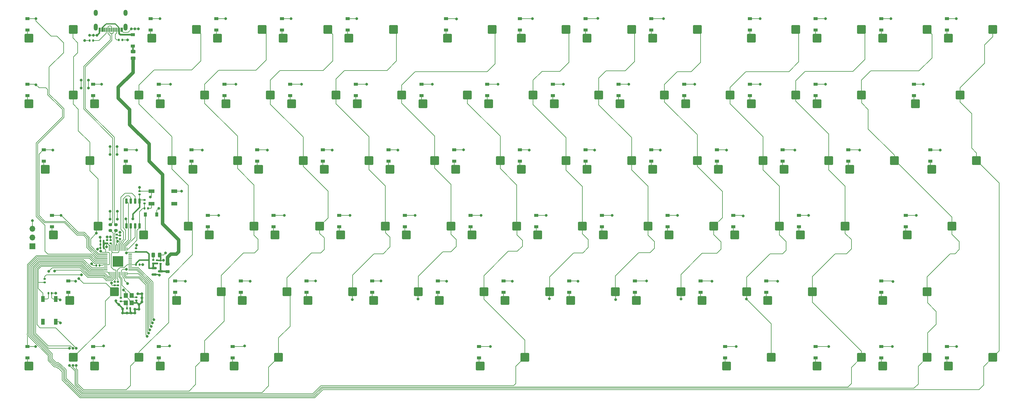
<source format=gbr>
%TF.GenerationSoftware,KiCad,Pcbnew,(6.0.5-0)*%
%TF.CreationDate,2022-06-28T22:26:50+09:00*%
%TF.ProjectId,key-ripper,6b65792d-7269-4707-9065-722e6b696361,rev?*%
%TF.SameCoordinates,Original*%
%TF.FileFunction,Copper,L2,Bot*%
%TF.FilePolarity,Positive*%
%FSLAX46Y46*%
G04 Gerber Fmt 4.6, Leading zero omitted, Abs format (unit mm)*
G04 Created by KiCad (PCBNEW (6.0.5-0)) date 2022-06-28 22:26:50*
%MOMM*%
%LPD*%
G01*
G04 APERTURE LIST*
G04 Aperture macros list*
%AMRoundRect*
0 Rectangle with rounded corners*
0 $1 Rounding radius*
0 $2 $3 $4 $5 $6 $7 $8 $9 X,Y pos of 4 corners*
0 Add a 4 corners polygon primitive as box body*
4,1,4,$2,$3,$4,$5,$6,$7,$8,$9,$2,$3,0*
0 Add four circle primitives for the rounded corners*
1,1,$1+$1,$2,$3*
1,1,$1+$1,$4,$5*
1,1,$1+$1,$6,$7*
1,1,$1+$1,$8,$9*
0 Add four rect primitives between the rounded corners*
20,1,$1+$1,$2,$3,$4,$5,0*
20,1,$1+$1,$4,$5,$6,$7,0*
20,1,$1+$1,$6,$7,$8,$9,0*
20,1,$1+$1,$8,$9,$2,$3,0*%
G04 Aperture macros list end*
%TA.AperFunction,SMDPad,CuDef*%
%ADD10RoundRect,0.250000X-1.025000X-1.000000X1.025000X-1.000000X1.025000X1.000000X-1.025000X1.000000X0*%
%TD*%
%TA.AperFunction,ComponentPad*%
%ADD11R,1.700000X1.700000*%
%TD*%
%TA.AperFunction,ComponentPad*%
%ADD12O,1.700000X1.700000*%
%TD*%
%TA.AperFunction,SMDPad,CuDef*%
%ADD13R,1.200000X0.900000*%
%TD*%
%TA.AperFunction,SMDPad,CuDef*%
%ADD14RoundRect,0.140000X0.140000X0.170000X-0.140000X0.170000X-0.140000X-0.170000X0.140000X-0.170000X0*%
%TD*%
%TA.AperFunction,SMDPad,CuDef*%
%ADD15RoundRect,0.140000X0.170000X-0.140000X0.170000X0.140000X-0.170000X0.140000X-0.170000X-0.140000X0*%
%TD*%
%TA.AperFunction,SMDPad,CuDef*%
%ADD16RoundRect,0.140000X-0.140000X-0.170000X0.140000X-0.170000X0.140000X0.170000X-0.140000X0.170000X0*%
%TD*%
%TA.AperFunction,SMDPad,CuDef*%
%ADD17RoundRect,0.150000X-0.587500X-0.150000X0.587500X-0.150000X0.587500X0.150000X-0.587500X0.150000X0*%
%TD*%
%TA.AperFunction,SMDPad,CuDef*%
%ADD18RoundRect,0.218750X-0.381250X0.218750X-0.381250X-0.218750X0.381250X-0.218750X0.381250X0.218750X0*%
%TD*%
%TA.AperFunction,SMDPad,CuDef*%
%ADD19RoundRect,0.200000X0.275000X-0.200000X0.275000X0.200000X-0.275000X0.200000X-0.275000X-0.200000X0*%
%TD*%
%TA.AperFunction,SMDPad,CuDef*%
%ADD20RoundRect,0.135000X0.185000X-0.135000X0.185000X0.135000X-0.185000X0.135000X-0.185000X-0.135000X0*%
%TD*%
%TA.AperFunction,ComponentPad*%
%ADD21O,1.200000X1.800000*%
%TD*%
%TA.AperFunction,ComponentPad*%
%ADD22O,1.200000X2.000000*%
%TD*%
%TA.AperFunction,SMDPad,CuDef*%
%ADD23R,0.300000X1.300000*%
%TD*%
%TA.AperFunction,SMDPad,CuDef*%
%ADD24R,0.900000X1.200000*%
%TD*%
%TA.AperFunction,SMDPad,CuDef*%
%ADD25RoundRect,0.243750X0.243750X0.456250X-0.243750X0.456250X-0.243750X-0.456250X0.243750X-0.456250X0*%
%TD*%
%TA.AperFunction,SMDPad,CuDef*%
%ADD26R,1.000000X1.700000*%
%TD*%
%TA.AperFunction,SMDPad,CuDef*%
%ADD27RoundRect,0.140000X-0.170000X0.140000X-0.170000X-0.140000X0.170000X-0.140000X0.170000X0.140000X0*%
%TD*%
%TA.AperFunction,SMDPad,CuDef*%
%ADD28RoundRect,0.135000X-0.185000X0.135000X-0.185000X-0.135000X0.185000X-0.135000X0.185000X0.135000X0*%
%TD*%
%TA.AperFunction,SMDPad,CuDef*%
%ADD29RoundRect,0.135000X-0.135000X-0.185000X0.135000X-0.185000X0.135000X0.185000X-0.135000X0.185000X0*%
%TD*%
%TA.AperFunction,SMDPad,CuDef*%
%ADD30RoundRect,0.135000X0.135000X0.185000X-0.135000X0.185000X-0.135000X-0.185000X0.135000X-0.185000X0*%
%TD*%
%TA.AperFunction,SMDPad,CuDef*%
%ADD31RoundRect,0.243750X-0.456250X0.243750X-0.456250X-0.243750X0.456250X-0.243750X0.456250X0.243750X0*%
%TD*%
%TA.AperFunction,SMDPad,CuDef*%
%ADD32R,1.200000X1.400000*%
%TD*%
%TA.AperFunction,SMDPad,CuDef*%
%ADD33R,1.100000X0.200000*%
%TD*%
%TA.AperFunction,SMDPad,CuDef*%
%ADD34R,0.200000X1.100000*%
%TD*%
%TA.AperFunction,SMDPad,CuDef*%
%ADD35R,3.100000X3.100000*%
%TD*%
%TA.AperFunction,SMDPad,CuDef*%
%ADD36R,1.700000X1.000000*%
%TD*%
%TA.AperFunction,SMDPad,CuDef*%
%ADD37RoundRect,0.150000X0.150000X-0.650000X0.150000X0.650000X-0.150000X0.650000X-0.150000X-0.650000X0*%
%TD*%
%TA.AperFunction,ViaPad*%
%ADD38C,0.800000*%
%TD*%
%TA.AperFunction,Conductor*%
%ADD39C,0.200000*%
%TD*%
%TA.AperFunction,Conductor*%
%ADD40C,0.500000*%
%TD*%
%TA.AperFunction,Conductor*%
%ADD41C,0.400000*%
%TD*%
%TA.AperFunction,Conductor*%
%ADD42C,0.300000*%
%TD*%
%TA.AperFunction,Conductor*%
%ADD43C,1.000000*%
%TD*%
G04 APERTURE END LIST*
D10*
%TO.P,SW68,1,1*%
%TO.N,Net-(D68-Pad2)*%
X11965000Y-73660000D03*
%TO.P,SW68,2,2*%
%TO.N,CLM1*%
X24892000Y-71120000D03*
%TD*%
%TO.P,SW71,1,1*%
%TO.N,Net-(D71-Pad2)*%
X123883750Y-73660000D03*
%TO.P,SW71,2,2*%
%TO.N,CLM6*%
X136810750Y-71120000D03*
%TD*%
%TO.P,SW19,1,1*%
%TO.N,Net-(D19-Pad2)*%
X88165000Y2540000D03*
%TO.P,SW19,2,2*%
%TO.N,CLM5*%
X101092000Y5080000D03*
%TD*%
%TO.P,SW61,1,1*%
%TO.N,Net-(D61-Pad2)*%
X131027500Y-54610000D03*
%TO.P,SW61,2,2*%
%TO.N,CLM7*%
X143954500Y-52070000D03*
%TD*%
%TO.P,SW73,1,1*%
%TO.N,Net-(D73-Pad2)*%
X221515000Y-73660000D03*
%TO.P,SW73,2,2*%
%TO.N,CLM11*%
X234442000Y-71120000D03*
%TD*%
%TO.P,SW4,1,1*%
%TO.N,Net-(D4-Pad2)*%
X66733750Y21590000D03*
%TO.P,SW4,2,2*%
%TO.N,CLM3*%
X79660750Y24130000D03*
%TD*%
%TO.P,SW16,1,1*%
%TO.N,Net-(D16-Pad2)*%
X31015000Y2540000D03*
%TO.P,SW16,2,2*%
%TO.N,CLM2*%
X43942000Y5080000D03*
%TD*%
%TO.P,SW74,1,1*%
%TO.N,Net-(D74-Pad2)*%
X240565000Y-73660000D03*
%TO.P,SW74,2,2*%
%TO.N,CLM12*%
X253492000Y-71120000D03*
%TD*%
%TO.P,SW6,1,1*%
%TO.N,Net-(D6-Pad2)*%
X114358750Y21590000D03*
%TO.P,SW6,2,2*%
%TO.N,CLM5*%
X127285750Y24130000D03*
%TD*%
%TO.P,SW64,1,1*%
%TO.N,Net-(D64-Pad2)*%
X188177500Y-54610000D03*
%TO.P,SW64,2,2*%
%TO.N,CLM10*%
X201104500Y-52070000D03*
%TD*%
%TO.P,SW32,1,1*%
%TO.N,Net-(D32-Pad2)*%
X78640000Y-16510000D03*
%TO.P,SW32,2,2*%
%TO.N,CLM4*%
X91567000Y-13970000D03*
%TD*%
%TO.P,SW65,1,1*%
%TO.N,Net-(D65-Pad2)*%
X207227500Y-54610000D03*
%TO.P,SW65,2,2*%
%TO.N,CLM11*%
X220154500Y-52070000D03*
%TD*%
%TO.P,SW31,1,1*%
%TO.N,Net-(D31-Pad2)*%
X59590000Y-16510000D03*
%TO.P,SW31,2,2*%
%TO.N,CLM3*%
X72517000Y-13970000D03*
%TD*%
%TO.P,SW42,1,1*%
%TO.N,Net-(D42-Pad2)*%
X58750Y-35560000D03*
%TO.P,SW42,2,2*%
%TO.N,CLM0*%
X12985750Y-33020000D03*
%TD*%
%TO.P,SW27,1,1*%
%TO.N,Net-(D27-Pad2)*%
X250090000Y2540000D03*
%TO.P,SW27,2,2*%
%TO.N,CLM13*%
X263017000Y5080000D03*
%TD*%
%TO.P,SW34,1,1*%
%TO.N,Net-(D34-Pad2)*%
X116740000Y-16510000D03*
%TO.P,SW34,2,2*%
%TO.N,CLM6*%
X129667000Y-13970000D03*
%TD*%
%TO.P,SW40,1,1*%
%TO.N,Net-(D40-Pad2)*%
X231040000Y-16510000D03*
%TO.P,SW40,2,2*%
%TO.N,CLM12*%
X243967000Y-13970000D03*
%TD*%
%TO.P,SW18,1,1*%
%TO.N,Net-(D18-Pad2)*%
X69115000Y2540000D03*
%TO.P,SW18,2,2*%
%TO.N,CLM4*%
X82042000Y5080000D03*
%TD*%
%TO.P,SW14,1,1*%
%TO.N,Net-(D14-Pad2)*%
X-7085000Y2540000D03*
%TO.P,SW14,2,2*%
%TO.N,CLM0*%
X5842000Y5080000D03*
%TD*%
%TO.P,SW58,1,1*%
%TO.N,Net-(D58-Pad2)*%
X73877500Y-54610000D03*
%TO.P,SW58,2,2*%
%TO.N,CLM4*%
X86804500Y-52070000D03*
%TD*%
%TO.P,SW11,1,1*%
%TO.N,Net-(D11-Pad2)*%
X221515000Y21590000D03*
%TO.P,SW11,2,2*%
%TO.N,CLM11*%
X234442000Y24130000D03*
%TD*%
%TO.P,SW28,1,1*%
%TO.N,Net-(D28-Pad2)*%
X-2322500Y-16510000D03*
%TO.P,SW28,2,2*%
%TO.N,CLM0*%
X10604500Y-13970000D03*
%TD*%
%TO.P,SW63,1,1*%
%TO.N,Net-(D63-Pad2)*%
X169127500Y-54610000D03*
%TO.P,SW63,2,2*%
%TO.N,CLM9*%
X182054500Y-52070000D03*
%TD*%
%TO.P,SW72,1,1*%
%TO.N,Net-(D72-Pad2)*%
X195321250Y-73660000D03*
%TO.P,SW72,2,2*%
%TO.N,CLM10*%
X208248250Y-71120000D03*
%TD*%
%TO.P,SW2,1,1*%
%TO.N,Net-(D2-Pad2)*%
X28633750Y21590000D03*
%TO.P,SW2,2,2*%
%TO.N,CLM1*%
X41560750Y24130000D03*
%TD*%
%TO.P,SW52,1,1*%
%TO.N,Net-(D52-Pad2)*%
X197702500Y-35560000D03*
%TO.P,SW52,2,2*%
%TO.N,CLM10*%
X210629500Y-33020000D03*
%TD*%
%TO.P,SW39,1,1*%
%TO.N,Net-(D39-Pad2)*%
X211990000Y-16510000D03*
%TO.P,SW39,2,2*%
%TO.N,CLM11*%
X224917000Y-13970000D03*
%TD*%
%TO.P,SW29,1,1*%
%TO.N,Net-(D29-Pad2)*%
X21490000Y-16510000D03*
%TO.P,SW29,2,2*%
%TO.N,CLM1*%
X34417000Y-13970000D03*
%TD*%
%TO.P,SW25,1,1*%
%TO.N,Net-(D25-Pad2)*%
X202465000Y2540000D03*
%TO.P,SW25,2,2*%
%TO.N,CLM11*%
X215392000Y5080000D03*
%TD*%
%TO.P,SW3,1,1*%
%TO.N,Net-(D3-Pad2)*%
X47683750Y21590000D03*
%TO.P,SW3,2,2*%
%TO.N,CLM2*%
X60610750Y24130000D03*
%TD*%
%TO.P,SW13,1,1*%
%TO.N,Net-(D13-Pad2)*%
X259615000Y21590000D03*
%TO.P,SW13,2,2*%
%TO.N,CLM13*%
X272542000Y24130000D03*
%TD*%
%TO.P,SW49,1,1*%
%TO.N,Net-(D49-Pad2)*%
X140552500Y-35560000D03*
%TO.P,SW49,2,2*%
%TO.N,CLM7*%
X153479500Y-33020000D03*
%TD*%
%TO.P,SW15,1,1*%
%TO.N,Net-(D15-Pad2)*%
X11965000Y2540000D03*
%TO.P,SW15,2,2*%
%TO.N,CLM1*%
X24892000Y5080000D03*
%TD*%
%TO.P,SW12,1,1*%
%TO.N,Net-(D12-Pad2)*%
X240565000Y21590000D03*
%TO.P,SW12,2,2*%
%TO.N,CLM12*%
X253492000Y24130000D03*
%TD*%
%TO.P,SW67,1,1*%
%TO.N,Net-(D67-Pad2)*%
X-7085000Y-73660000D03*
%TO.P,SW67,2,2*%
%TO.N,CLM0*%
X5842000Y-71120000D03*
%TD*%
%TO.P,SW57,1,1*%
%TO.N,Net-(D57-Pad2)*%
X54827500Y-54610000D03*
%TO.P,SW57,2,2*%
%TO.N,CLM3*%
X67754500Y-52070000D03*
%TD*%
%TO.P,SW8,1,1*%
%TO.N,Net-(D8-Pad2)*%
X154840000Y21590000D03*
%TO.P,SW8,2,2*%
%TO.N,CLM8*%
X167767000Y24130000D03*
%TD*%
%TO.P,SW5,1,1*%
%TO.N,Net-(D5-Pad2)*%
X85783750Y21590000D03*
%TO.P,SW5,2,2*%
%TO.N,CLM4*%
X98710750Y24130000D03*
%TD*%
%TO.P,SW41,1,1*%
%TO.N,Net-(D41-Pad2)*%
X254852500Y-16510000D03*
%TO.P,SW41,2,2*%
%TO.N,CLM13*%
X267779500Y-13970000D03*
%TD*%
%TO.P,SW24,1,1*%
%TO.N,Net-(D24-Pad2)*%
X183415000Y2540000D03*
%TO.P,SW24,2,2*%
%TO.N,CLM10*%
X196342000Y5080000D03*
%TD*%
%TO.P,SW1,1,1*%
%TO.N,Net-(D1-Pad2)*%
X-7085000Y21590000D03*
%TO.P,SW1,2,2*%
%TO.N,CLM0*%
X5842000Y24130000D03*
%TD*%
%TO.P,SW69,1,1*%
%TO.N,Net-(D69-Pad2)*%
X31015000Y-73660000D03*
%TO.P,SW69,2,2*%
%TO.N,CLM2*%
X43942000Y-71120000D03*
%TD*%
%TO.P,SW9,1,1*%
%TO.N,Net-(D9-Pad2)*%
X173890000Y21590000D03*
%TO.P,SW9,2,2*%
%TO.N,CLM9*%
X186817000Y24130000D03*
%TD*%
%TO.P,SW54,1,1*%
%TO.N,Net-(D54-Pad2)*%
X247708750Y-35560000D03*
%TO.P,SW54,2,2*%
%TO.N,CLM12*%
X260635750Y-33020000D03*
%TD*%
%TO.P,SW47,1,1*%
%TO.N,Net-(D47-Pad2)*%
X102452500Y-35560000D03*
%TO.P,SW47,2,2*%
%TO.N,CLM5*%
X115379500Y-33020000D03*
%TD*%
%TO.P,SW51,1,1*%
%TO.N,Net-(D51-Pad2)*%
X178652500Y-35560000D03*
%TO.P,SW51,2,2*%
%TO.N,CLM9*%
X191579500Y-33020000D03*
%TD*%
%TO.P,SW56,1,1*%
%TO.N,Net-(D56-Pad2)*%
X35777500Y-54610000D03*
%TO.P,SW56,2,2*%
%TO.N,CLM2*%
X48704500Y-52070000D03*
%TD*%
%TO.P,SW75,1,1*%
%TO.N,Net-(D75-Pad2)*%
X259615000Y-73660000D03*
%TO.P,SW75,2,2*%
%TO.N,CLM13*%
X272542000Y-71120000D03*
%TD*%
%TO.P,SW26,1,1*%
%TO.N,Net-(D26-Pad2)*%
X221515000Y2540000D03*
%TO.P,SW26,2,2*%
%TO.N,CLM12*%
X234442000Y5080000D03*
%TD*%
%TO.P,SW22,1,1*%
%TO.N,Net-(D22-Pad2)*%
X145315000Y2540000D03*
%TO.P,SW22,2,2*%
%TO.N,CLM8*%
X158242000Y5080000D03*
%TD*%
%TO.P,SW30,1,1*%
%TO.N,Net-(D30-Pad2)*%
X40540000Y-16510000D03*
%TO.P,SW30,2,2*%
%TO.N,CLM2*%
X53467000Y-13970000D03*
%TD*%
%TO.P,SW35,1,1*%
%TO.N,Net-(D35-Pad2)*%
X135790000Y-16510000D03*
%TO.P,SW35,2,2*%
%TO.N,CLM7*%
X148717000Y-13970000D03*
%TD*%
%TO.P,SW59,1,1*%
%TO.N,Net-(D59-Pad2)*%
X92927500Y-54610000D03*
%TO.P,SW59,2,2*%
%TO.N,CLM5*%
X105854500Y-52070000D03*
%TD*%
%TO.P,SW43,1,1*%
%TO.N,Net-(D43-Pad2)*%
X26252500Y-35560000D03*
%TO.P,SW43,2,2*%
%TO.N,CLM1*%
X39179500Y-33020000D03*
%TD*%
%TO.P,SW37,1,1*%
%TO.N,Net-(D37-Pad2)*%
X173890000Y-16510000D03*
%TO.P,SW37,2,2*%
%TO.N,CLM9*%
X186817000Y-13970000D03*
%TD*%
%TO.P,SW50,1,1*%
%TO.N,Net-(D50-Pad2)*%
X159602500Y-35560000D03*
%TO.P,SW50,2,2*%
%TO.N,CLM8*%
X172529500Y-33020000D03*
%TD*%
%TO.P,SW46,1,1*%
%TO.N,Net-(D46-Pad2)*%
X83402500Y-35560000D03*
%TO.P,SW46,2,2*%
%TO.N,CLM4*%
X96329500Y-33020000D03*
%TD*%
D11*
%TO.P,J1,1,Pin_1*%
%TO.N,SWD*%
X-6000000Y-38825000D03*
D12*
%TO.P,J1,2,Pin_2*%
%TO.N,SWCLK*%
X-6000000Y-36285000D03*
%TO.P,J1,3,Pin_3*%
%TO.N,GND*%
X-6000000Y-33745000D03*
%TD*%
D10*
%TO.P,SW7,1,1*%
%TO.N,Net-(D7-Pad2)*%
X135790000Y21590000D03*
%TO.P,SW7,2,2*%
%TO.N,CLM7*%
X148717000Y24130000D03*
%TD*%
%TO.P,SW21,1,1*%
%TO.N,Net-(D21-Pad2)*%
X126265000Y2540000D03*
%TO.P,SW21,2,2*%
%TO.N,CLM7*%
X139192000Y5080000D03*
%TD*%
%TO.P,SW33,1,1*%
%TO.N,Net-(D33-Pad2)*%
X97690000Y-16510000D03*
%TO.P,SW33,2,2*%
%TO.N,CLM5*%
X110617000Y-13970000D03*
%TD*%
%TO.P,SW70,1,1*%
%TO.N,Net-(D70-Pad2)*%
X52446250Y-73660000D03*
%TO.P,SW70,2,2*%
%TO.N,CLM3*%
X65373250Y-71120000D03*
%TD*%
%TO.P,SW48,1,1*%
%TO.N,Net-(D48-Pad2)*%
X121502500Y-35560000D03*
%TO.P,SW48,2,2*%
%TO.N,CLM6*%
X134429500Y-33020000D03*
%TD*%
%TO.P,SW10,1,1*%
%TO.N,Net-(D10-Pad2)*%
X202465000Y21590000D03*
%TO.P,SW10,2,2*%
%TO.N,CLM10*%
X215392000Y24130000D03*
%TD*%
%TO.P,SW36,1,1*%
%TO.N,Net-(D36-Pad2)*%
X154840000Y-16510000D03*
%TO.P,SW36,2,2*%
%TO.N,CLM8*%
X167767000Y-13970000D03*
%TD*%
%TO.P,SW20,1,1*%
%TO.N,Net-(D20-Pad2)*%
X107215000Y2540000D03*
%TO.P,SW20,2,2*%
%TO.N,CLM6*%
X120142000Y5080000D03*
%TD*%
%TO.P,SW62,1,1*%
%TO.N,Net-(D62-Pad2)*%
X150077500Y-54610000D03*
%TO.P,SW62,2,2*%
%TO.N,CLM8*%
X163004500Y-52070000D03*
%TD*%
%TO.P,SW23,1,1*%
%TO.N,Net-(D23-Pad2)*%
X164365000Y2540000D03*
%TO.P,SW23,2,2*%
%TO.N,CLM9*%
X177292000Y5080000D03*
%TD*%
%TO.P,SW66,1,1*%
%TO.N,Net-(D66-Pad2)*%
X240565000Y-54610000D03*
%TO.P,SW66,2,2*%
%TO.N,CLM12*%
X253492000Y-52070000D03*
%TD*%
%TO.P,SW53,1,1*%
%TO.N,Net-(D53-Pad2)*%
X216752500Y-35560000D03*
%TO.P,SW53,2,2*%
%TO.N,CLM11*%
X229679500Y-33020000D03*
%TD*%
%TO.P,SW55,1,1*%
%TO.N,Net-(D55-Pad2)*%
X4821250Y-54610000D03*
%TO.P,SW55,2,2*%
%TO.N,CLM0*%
X17748250Y-52070000D03*
%TD*%
%TO.P,SW17,1,1*%
%TO.N,Net-(D17-Pad2)*%
X50065000Y2540000D03*
%TO.P,SW17,2,2*%
%TO.N,CLM3*%
X62992000Y5080000D03*
%TD*%
%TO.P,SW38,1,1*%
%TO.N,Net-(D38-Pad2)*%
X192940000Y-16510000D03*
%TO.P,SW38,2,2*%
%TO.N,CLM10*%
X205867000Y-13970000D03*
%TD*%
%TO.P,SW45,1,1*%
%TO.N,Net-(D45-Pad2)*%
X64352500Y-35560000D03*
%TO.P,SW45,2,2*%
%TO.N,CLM3*%
X77279500Y-33020000D03*
%TD*%
%TO.P,SW44,1,1*%
%TO.N,Net-(D44-Pad2)*%
X45302500Y-35560000D03*
%TO.P,SW44,2,2*%
%TO.N,CLM2*%
X58229500Y-33020000D03*
%TD*%
%TO.P,SW60,1,1*%
%TO.N,Net-(D60-Pad2)*%
X111977500Y-54610000D03*
%TO.P,SW60,2,2*%
%TO.N,CLM6*%
X124904500Y-52070000D03*
%TD*%
D13*
%TO.P,D52,1,K*%
%TO.N,ROW3*%
X197287500Y-29900000D03*
%TO.P,D52,2,A*%
%TO.N,Net-(D52-Pad2)*%
X197287500Y-33200000D03*
%TD*%
%TO.P,D37,1,K*%
%TO.N,ROW2*%
X173475000Y-10850000D03*
%TO.P,D37,2,A*%
%TO.N,Net-(D37-Pad2)*%
X173475000Y-14150000D03*
%TD*%
D14*
%TO.P,C9,1*%
%TO.N,+3V3*%
X14680000Y-38300000D03*
%TO.P,C9,2*%
%TO.N,GND*%
X13720000Y-38300000D03*
%TD*%
D13*
%TO.P,D47,1,K*%
%TO.N,ROW3*%
X102037500Y-29900000D03*
%TO.P,D47,2,A*%
%TO.N,Net-(D47-Pad2)*%
X102037500Y-33200000D03*
%TD*%
D15*
%TO.P,C2,1*%
%TO.N,+1V1*%
X16650000Y-38000000D03*
%TO.P,C2,2*%
%TO.N,GND*%
X16650000Y-37040000D03*
%TD*%
D13*
%TO.P,D10,1,K*%
%TO.N,ROW0*%
X202050000Y27250000D03*
%TO.P,D10,2,A*%
%TO.N,Net-(D10-Pad2)*%
X202050000Y23950000D03*
%TD*%
%TO.P,D7,1,K*%
%TO.N,ROW0*%
X135375000Y27250000D03*
%TO.P,D7,2,A*%
%TO.N,Net-(D7-Pad2)*%
X135375000Y23950000D03*
%TD*%
%TO.P,D1,1,K*%
%TO.N,ROW0*%
X-7500000Y27250000D03*
%TO.P,D1,2,A*%
%TO.N,Net-(D1-Pad2)*%
X-7500000Y23950000D03*
%TD*%
%TO.P,D30,1,K*%
%TO.N,ROW2*%
X40125000Y-10850000D03*
%TO.P,D30,2,A*%
%TO.N,Net-(D30-Pad2)*%
X40125000Y-14150000D03*
%TD*%
D14*
%TO.P,C1,1*%
%TO.N,+3V3*%
X14660000Y-37300000D03*
%TO.P,C1,2*%
%TO.N,GND*%
X13700000Y-37300000D03*
%TD*%
D13*
%TO.P,D46,1,K*%
%TO.N,ROW3*%
X82987500Y-29900000D03*
%TO.P,D46,2,A*%
%TO.N,Net-(D46-Pad2)*%
X82987500Y-33200000D03*
%TD*%
%TO.P,D31,1,K*%
%TO.N,ROW2*%
X59175000Y-10850000D03*
%TO.P,D31,2,A*%
%TO.N,Net-(D31-Pad2)*%
X59175000Y-14150000D03*
%TD*%
%TO.P,D12,1,K*%
%TO.N,ROW0*%
X240150000Y27250000D03*
%TO.P,D12,2,A*%
%TO.N,Net-(D12-Pad2)*%
X240150000Y23950000D03*
%TD*%
D16*
%TO.P,C18,1*%
%TO.N,RUN*%
X-1380000Y-52500000D03*
%TO.P,C18,2*%
%TO.N,GND*%
X-420000Y-52500000D03*
%TD*%
D13*
%TO.P,D32,1,K*%
%TO.N,ROW2*%
X78225000Y-10850000D03*
%TO.P,D32,2,A*%
%TO.N,Net-(D32-Pad2)*%
X78225000Y-14150000D03*
%TD*%
%TO.P,D11,1,K*%
%TO.N,ROW0*%
X221100000Y27250000D03*
%TO.P,D11,2,A*%
%TO.N,Net-(D11-Pad2)*%
X221100000Y23950000D03*
%TD*%
%TO.P,D20,1,K*%
%TO.N,ROW1*%
X106800000Y8200000D03*
%TO.P,D20,2,A*%
%TO.N,Net-(D20-Pad2)*%
X106800000Y4900000D03*
%TD*%
D17*
%TO.P,U3,1,GND*%
%TO.N,GND*%
X29262500Y-47050000D03*
%TO.P,U3,2,VO*%
%TO.N,+3V3*%
X29262500Y-45150000D03*
%TO.P,U3,3,VI*%
%TO.N,+5V*%
X31137500Y-46100000D03*
%TD*%
D18*
%TO.P,FB1,1*%
%TO.N,Net-(F1-Pad2)*%
X33137500Y-44037500D03*
%TO.P,FB1,2*%
%TO.N,+5V*%
X33137500Y-46162500D03*
%TD*%
D13*
%TO.P,D9,1,K*%
%TO.N,ROW0*%
X173475000Y27250000D03*
%TO.P,D9,2,A*%
%TO.N,Net-(D9-Pad2)*%
X173475000Y23950000D03*
%TD*%
%TO.P,D49,1,K*%
%TO.N,ROW3*%
X140137500Y-29900000D03*
%TO.P,D49,2,A*%
%TO.N,Net-(D49-Pad2)*%
X140137500Y-33200000D03*
%TD*%
%TO.P,D48,1,K*%
%TO.N,ROW3*%
X121087500Y-29900000D03*
%TO.P,D48,2,A*%
%TO.N,Net-(D48-Pad2)*%
X121087500Y-33200000D03*
%TD*%
%TO.P,D76,1,K*%
%TO.N,Net-(D76-Pad1)*%
X23100000Y19300000D03*
%TO.P,D76,2,A*%
%TO.N,VBUS*%
X23100000Y22600000D03*
%TD*%
%TO.P,D4,1,K*%
%TO.N,ROW0*%
X66318750Y27250000D03*
%TO.P,D4,2,A*%
%TO.N,Net-(D4-Pad2)*%
X66318750Y23950000D03*
%TD*%
%TO.P,D66,1,K*%
%TO.N,ROW4*%
X240150000Y-48950000D03*
%TO.P,D66,2,A*%
%TO.N,Net-(D66-Pad2)*%
X240150000Y-52250000D03*
%TD*%
D19*
%TO.P,R1,1*%
%TO.N,USB_MCU+*%
X18200000Y-34250000D03*
%TO.P,R1,2*%
%TO.N,USB+*%
X18200000Y-32600000D03*
%TD*%
D20*
%TO.P,R8,1*%
%TO.N,RUN*%
X-2500000Y-49310000D03*
%TO.P,R8,2*%
%TO.N,+3V3*%
X-2500000Y-48290000D03*
%TD*%
D13*
%TO.P,D5,1,K*%
%TO.N,ROW0*%
X85368750Y27250000D03*
%TO.P,D5,2,A*%
%TO.N,Net-(D5-Pad2)*%
X85368750Y23950000D03*
%TD*%
D20*
%TO.P,R9,1*%
%TO.N,+3V3*%
X29050000Y-43860000D03*
%TO.P,R9,2*%
%TO.N,Net-(D77-Pad2)*%
X29050000Y-42840000D03*
%TD*%
D21*
%TO.P,U2,0,0*%
%TO.N,unconnected-(U2-Pad0)*%
X20992855Y29015388D03*
D22*
X20992855Y24815489D03*
D21*
X12342613Y29015388D03*
D22*
X12342613Y24815489D03*
D23*
%TO.P,U2,A1,GND*%
%TO.N,GND*%
X13317721Y24047163D03*
%TO.P,U2,A4,VBUS*%
%TO.N,VBUS*%
X14117823Y24047163D03*
%TO.P,U2,A5,CC1*%
%TO.N,CC1*%
X15417797Y24047163D03*
%TO.P,U2,A6,DP1*%
%TO.N,USB+*%
X16417797Y24047163D03*
%TO.P,U2,A7,DN1*%
%TO.N,USB-*%
X16917670Y24047163D03*
%TO.P,U2,A8,SBU1*%
%TO.N,unconnected-(U2-PadA8)*%
X17917416Y24047163D03*
%TO.P,U2,A9,VBUS*%
%TO.N,VBUS*%
X19217899Y24047163D03*
%TO.P,U2,A12,GND*%
%TO.N,GND*%
X20017747Y24047163D03*
%TO.P,U2,B1,GND*%
X19717772Y24047163D03*
%TO.P,U2,B4,VBUS*%
%TO.N,VBUS*%
X18917670Y24047163D03*
%TO.P,U2,B5,CC2*%
%TO.N,CC2*%
X18417797Y24047163D03*
%TO.P,U2,B6,DP2*%
%TO.N,USB+*%
X17417797Y24047163D03*
%TO.P,U2,B7,DN2*%
%TO.N,USB-*%
X15917670Y24047163D03*
%TO.P,U2,B8,SBU2*%
%TO.N,unconnected-(U2-PadB8)*%
X14917670Y24047163D03*
%TO.P,U2,B9,VBUS*%
%TO.N,VBUS*%
X14417797Y24047163D03*
%TO.P,U2,B12,GND*%
%TO.N,GND*%
X13617696Y24047163D03*
%TD*%
D24*
%TO.P,D43,1,K*%
%TO.N,ROW3*%
X30050000Y-29600000D03*
%TO.P,D43,2,A*%
%TO.N,Net-(D43-Pad2)*%
X26750000Y-29600000D03*
%TD*%
D13*
%TO.P,D22,1,K*%
%TO.N,ROW1*%
X144900000Y8200000D03*
%TO.P,D22,2,A*%
%TO.N,Net-(D22-Pad2)*%
X144900000Y4900000D03*
%TD*%
D25*
%TO.P,D77,1,K*%
%TO.N,GND*%
X30912500Y-41350000D03*
%TO.P,D77,2,A*%
%TO.N,Net-(D77-Pad2)*%
X29037500Y-41350000D03*
%TD*%
D13*
%TO.P,D3,1,K*%
%TO.N,ROW0*%
X47268750Y27250000D03*
%TO.P,D3,2,A*%
%TO.N,Net-(D3-Pad2)*%
X47268750Y23950000D03*
%TD*%
%TO.P,D8,1,K*%
%TO.N,ROW0*%
X154425000Y27250000D03*
%TO.P,D8,2,A*%
%TO.N,Net-(D8-Pad2)*%
X154425000Y23950000D03*
%TD*%
%TO.P,D13,1,K*%
%TO.N,ROW0*%
X259200000Y27250000D03*
%TO.P,D13,2,A*%
%TO.N,Net-(D13-Pad2)*%
X259200000Y23950000D03*
%TD*%
D26*
%TO.P,U6,1,A*%
%TO.N,GND*%
X749124Y-60799975D03*
%TO.P,U6,2,B*%
X750394Y-54200025D03*
%TO.P,U6,3,C*%
%TO.N,RUN*%
X-2950394Y-60799975D03*
%TO.P,U6,4,D*%
X-2950394Y-54200025D03*
%TD*%
D13*
%TO.P,D29,1,K*%
%TO.N,ROW2*%
X21075000Y-10850000D03*
%TO.P,D29,2,A*%
%TO.N,Net-(D29-Pad2)*%
X21075000Y-14150000D03*
%TD*%
%TO.P,D45,1,K*%
%TO.N,ROW3*%
X63937500Y-29900000D03*
%TO.P,D45,2,A*%
%TO.N,Net-(D45-Pad2)*%
X63937500Y-33200000D03*
%TD*%
%TO.P,D54,1,K*%
%TO.N,ROW3*%
X247293750Y-29900000D03*
%TO.P,D54,2,A*%
%TO.N,Net-(D54-Pad2)*%
X247293750Y-33200000D03*
%TD*%
%TO.P,D74,1,K*%
%TO.N,ROW5*%
X240150000Y-68000000D03*
%TO.P,D74,2,A*%
%TO.N,Net-(D74-Pad2)*%
X240150000Y-71300000D03*
%TD*%
%TO.P,D51,1,K*%
%TO.N,ROW3*%
X178237500Y-29900000D03*
%TO.P,D51,2,A*%
%TO.N,Net-(D51-Pad2)*%
X178237500Y-33200000D03*
%TD*%
%TO.P,D63,1,K*%
%TO.N,ROW4*%
X168712500Y-48950000D03*
%TO.P,D63,2,A*%
%TO.N,Net-(D63-Pad2)*%
X168712500Y-52250000D03*
%TD*%
%TO.P,D57,1,K*%
%TO.N,ROW4*%
X54412500Y-48950000D03*
%TO.P,D57,2,A*%
%TO.N,Net-(D57-Pad2)*%
X54412500Y-52250000D03*
%TD*%
D16*
%TO.P,C12,1*%
%TO.N,+3V3*%
X24040000Y-44180000D03*
%TO.P,C12,2*%
%TO.N,GND*%
X25000000Y-44180000D03*
%TD*%
D20*
%TO.P,R3,1*%
%TO.N,OSC_IN*%
X19600000Y-54820000D03*
%TO.P,R3,2*%
%TO.N,XOUT_MCU*%
X19600000Y-53800000D03*
%TD*%
D13*
%TO.P,D56,1,K*%
%TO.N,ROW4*%
X35362500Y-48950000D03*
%TO.P,D56,2,A*%
%TO.N,Net-(D56-Pad2)*%
X35362500Y-52250000D03*
%TD*%
%TO.P,D25,1,K*%
%TO.N,ROW1*%
X202050000Y8200000D03*
%TO.P,D25,2,A*%
%TO.N,Net-(D25-Pad2)*%
X202050000Y4900000D03*
%TD*%
D27*
%TO.P,C11,1*%
%TO.N,+3V3*%
X18800000Y-49200000D03*
%TO.P,C11,2*%
%TO.N,GND*%
X18800000Y-50160000D03*
%TD*%
D13*
%TO.P,D14,1,K*%
%TO.N,ROW1*%
X-7500000Y8200000D03*
%TO.P,D14,2,A*%
%TO.N,Net-(D14-Pad2)*%
X-7500000Y4900000D03*
%TD*%
%TO.P,D35,1,K*%
%TO.N,ROW2*%
X135375000Y-10850000D03*
%TO.P,D35,2,A*%
%TO.N,Net-(D35-Pad2)*%
X135375000Y-14150000D03*
%TD*%
%TO.P,D72,1,K*%
%TO.N,ROW5*%
X194906250Y-68000000D03*
%TO.P,D72,2,A*%
%TO.N,Net-(D72-Pad2)*%
X194906250Y-71300000D03*
%TD*%
D28*
%TO.P,R4,1*%
%TO.N,+3V3*%
X26500000Y-25380000D03*
%TO.P,R4,2*%
%TO.N,QSPI_SS*%
X26500000Y-26400000D03*
%TD*%
D13*
%TO.P,D15,1,K*%
%TO.N,ROW1*%
X11550000Y8200000D03*
%TO.P,D15,2,A*%
%TO.N,Net-(D15-Pad2)*%
X11550000Y4900000D03*
%TD*%
D29*
%TO.P,R5,1*%
%TO.N,QSPI_SS*%
X26490000Y-27800000D03*
%TO.P,R5,2*%
%TO.N,Net-(R5-Pad2)*%
X27510000Y-27800000D03*
%TD*%
D13*
%TO.P,D68,1,K*%
%TO.N,ROW5*%
X11550000Y-68000000D03*
%TO.P,D68,2,A*%
%TO.N,Net-(D68-Pad2)*%
X11550000Y-71300000D03*
%TD*%
D29*
%TO.P,R6,1*%
%TO.N,CC2*%
X18990000Y21100000D03*
%TO.P,R6,2*%
%TO.N,GND*%
X20010000Y21100000D03*
%TD*%
D13*
%TO.P,D62,1,K*%
%TO.N,ROW4*%
X149662500Y-48950000D03*
%TO.P,D62,2,A*%
%TO.N,Net-(D62-Pad2)*%
X149662500Y-52250000D03*
%TD*%
%TO.P,D60,1,K*%
%TO.N,ROW4*%
X111562500Y-48950000D03*
%TO.P,D60,2,A*%
%TO.N,Net-(D60-Pad2)*%
X111562500Y-52250000D03*
%TD*%
%TO.P,D39,1,K*%
%TO.N,ROW2*%
X211575000Y-10850000D03*
%TO.P,D39,2,A*%
%TO.N,Net-(D39-Pad2)*%
X211575000Y-14150000D03*
%TD*%
D15*
%TO.P,C8,1*%
%TO.N,+3V3*%
X15600000Y-38000000D03*
%TO.P,C8,2*%
%TO.N,GND*%
X15600000Y-37040000D03*
%TD*%
D13*
%TO.P,D64,1,K*%
%TO.N,ROW4*%
X187762500Y-48950000D03*
%TO.P,D64,2,A*%
%TO.N,Net-(D64-Pad2)*%
X187762500Y-52250000D03*
%TD*%
%TO.P,D19,1,K*%
%TO.N,ROW1*%
X87750000Y8200000D03*
%TO.P,D19,2,A*%
%TO.N,Net-(D19-Pad2)*%
X87750000Y4900000D03*
%TD*%
%TO.P,D16,1,K*%
%TO.N,ROW1*%
X30600000Y8200000D03*
%TO.P,D16,2,A*%
%TO.N,Net-(D16-Pad2)*%
X30600000Y4900000D03*
%TD*%
%TO.P,D24,1,K*%
%TO.N,ROW1*%
X183000000Y8200000D03*
%TO.P,D24,2,A*%
%TO.N,Net-(D24-Pad2)*%
X183000000Y4900000D03*
%TD*%
D30*
%TO.P,R7,1*%
%TO.N,CC1*%
X11610000Y20900000D03*
%TO.P,R7,2*%
%TO.N,GND*%
X10590000Y20900000D03*
%TD*%
D15*
%TO.P,C4,1*%
%TO.N,+5V*%
X31125000Y-43905000D03*
%TO.P,C4,2*%
%TO.N,GND*%
X31125000Y-42945000D03*
%TD*%
D13*
%TO.P,D65,1,K*%
%TO.N,ROW4*%
X206812500Y-48950000D03*
%TO.P,D65,2,A*%
%TO.N,Net-(D65-Pad2)*%
X206812500Y-52250000D03*
%TD*%
%TO.P,D41,1,K*%
%TO.N,ROW2*%
X254437500Y-10850000D03*
%TO.P,D41,2,A*%
%TO.N,Net-(D41-Pad2)*%
X254437500Y-14150000D03*
%TD*%
D15*
%TO.P,C3,1*%
%TO.N,+3V3*%
X25000000Y-23780000D03*
%TO.P,C3,2*%
%TO.N,GND*%
X25000000Y-22820000D03*
%TD*%
D13*
%TO.P,D21,1,K*%
%TO.N,ROW1*%
X125850000Y8200000D03*
%TO.P,D21,2,A*%
%TO.N,Net-(D21-Pad2)*%
X125850000Y4900000D03*
%TD*%
D15*
%TO.P,C5,1*%
%TO.N,+3V3*%
X30125000Y-43855000D03*
%TO.P,C5,2*%
%TO.N,GND*%
X30125000Y-42895000D03*
%TD*%
D13*
%TO.P,D44,1,K*%
%TO.N,ROW3*%
X44887500Y-29900000D03*
%TO.P,D44,2,A*%
%TO.N,Net-(D44-Pad2)*%
X44887500Y-33200000D03*
%TD*%
%TO.P,D34,1,K*%
%TO.N,ROW2*%
X116325000Y-10850000D03*
%TO.P,D34,2,A*%
%TO.N,Net-(D34-Pad2)*%
X116325000Y-14150000D03*
%TD*%
%TO.P,D27,1,K*%
%TO.N,ROW1*%
X249675000Y8200000D03*
%TO.P,D27,2,A*%
%TO.N,Net-(D27-Pad2)*%
X249675000Y4900000D03*
%TD*%
%TO.P,D23,1,K*%
%TO.N,ROW1*%
X163950000Y8200000D03*
%TO.P,D23,2,A*%
%TO.N,Net-(D23-Pad2)*%
X163950000Y4900000D03*
%TD*%
D15*
%TO.P,C16,1*%
%TO.N,+1V1*%
X19400000Y-36680000D03*
%TO.P,C16,2*%
%TO.N,GND*%
X19400000Y-35720000D03*
%TD*%
D16*
%TO.P,C7,1*%
%TO.N,OSC_IN*%
X21380000Y-56870000D03*
%TO.P,C7,2*%
%TO.N,GND*%
X22340000Y-56870000D03*
%TD*%
D14*
%TO.P,C15,1*%
%TO.N,+3V3*%
X14680000Y-39300000D03*
%TO.P,C15,2*%
%TO.N,GND*%
X13720000Y-39300000D03*
%TD*%
%TO.P,C10,1*%
%TO.N,+3V3*%
X13430000Y-44430000D03*
%TO.P,C10,2*%
%TO.N,GND*%
X12470000Y-44430000D03*
%TD*%
D27*
%TO.P,C17,1*%
%TO.N,+1V1*%
X17800000Y-49200000D03*
%TO.P,C17,2*%
%TO.N,GND*%
X17800000Y-50160000D03*
%TD*%
D13*
%TO.P,D28,1,K*%
%TO.N,ROW2*%
X-2737500Y-10850000D03*
%TO.P,D28,2,A*%
%TO.N,Net-(D28-Pad2)*%
X-2737500Y-14150000D03*
%TD*%
%TO.P,D2,1,K*%
%TO.N,ROW0*%
X28218750Y27250000D03*
%TO.P,D2,2,A*%
%TO.N,Net-(D2-Pad2)*%
X28218750Y23950000D03*
%TD*%
%TO.P,D42,1,K*%
%TO.N,ROW3*%
X-356250Y-29900000D03*
%TO.P,D42,2,A*%
%TO.N,Net-(D42-Pad2)*%
X-356250Y-33200000D03*
%TD*%
D15*
%TO.P,C13,1*%
%TO.N,+3V3*%
X24000000Y-40400000D03*
%TO.P,C13,2*%
%TO.N,GND*%
X24000000Y-39440000D03*
%TD*%
D13*
%TO.P,D73,1,K*%
%TO.N,ROW5*%
X221100000Y-68000000D03*
%TO.P,D73,2,A*%
%TO.N,Net-(D73-Pad2)*%
X221100000Y-71300000D03*
%TD*%
%TO.P,D6,1,K*%
%TO.N,ROW0*%
X113943750Y27250000D03*
%TO.P,D6,2,A*%
%TO.N,Net-(D6-Pad2)*%
X113943750Y23950000D03*
%TD*%
%TO.P,D53,1,K*%
%TO.N,ROW3*%
X216337500Y-29900000D03*
%TO.P,D53,2,A*%
%TO.N,Net-(D53-Pad2)*%
X216337500Y-33200000D03*
%TD*%
%TO.P,D40,1,K*%
%TO.N,ROW2*%
X230625000Y-10850000D03*
%TO.P,D40,2,A*%
%TO.N,Net-(D40-Pad2)*%
X230625000Y-14150000D03*
%TD*%
D31*
%TO.P,F1,1*%
%TO.N,Net-(D76-Pad1)*%
X23150000Y17687500D03*
%TO.P,F1,2*%
%TO.N,Net-(F1-Pad2)*%
X23150000Y15812500D03*
%TD*%
D15*
%TO.P,C14,1*%
%TO.N,+3V3*%
X18470000Y-36380000D03*
%TO.P,C14,2*%
%TO.N,GND*%
X18470000Y-35420000D03*
%TD*%
D13*
%TO.P,D26,1,K*%
%TO.N,ROW1*%
X221100000Y8200000D03*
%TO.P,D26,2,A*%
%TO.N,Net-(D26-Pad2)*%
X221100000Y4900000D03*
%TD*%
%TO.P,D67,1,K*%
%TO.N,ROW5*%
X-7500000Y-68000000D03*
%TO.P,D67,2,A*%
%TO.N,Net-(D67-Pad2)*%
X-7500000Y-71300000D03*
%TD*%
%TO.P,D33,1,K*%
%TO.N,ROW2*%
X97275000Y-10850000D03*
%TO.P,D33,2,A*%
%TO.N,Net-(D33-Pad2)*%
X97275000Y-14150000D03*
%TD*%
D32*
%TO.P,Y1,1,1*%
%TO.N,OSC_OUT*%
X22750000Y-53100000D03*
%TO.P,Y1,2,2*%
%TO.N,GND*%
X22750000Y-55300000D03*
%TO.P,Y1,3,3*%
%TO.N,OSC_IN*%
X21050000Y-55300000D03*
%TO.P,Y1,4,4*%
%TO.N,GND*%
X21050000Y-53100000D03*
%TD*%
D13*
%TO.P,D61,1,K*%
%TO.N,ROW4*%
X130612500Y-48950000D03*
%TO.P,D61,2,A*%
%TO.N,Net-(D61-Pad2)*%
X130612500Y-52250000D03*
%TD*%
%TO.P,D58,1,K*%
%TO.N,ROW4*%
X73462500Y-48950000D03*
%TO.P,D58,2,A*%
%TO.N,Net-(D58-Pad2)*%
X73462500Y-52250000D03*
%TD*%
%TO.P,D36,1,K*%
%TO.N,ROW2*%
X154425000Y-10850000D03*
%TO.P,D36,2,A*%
%TO.N,Net-(D36-Pad2)*%
X154425000Y-14150000D03*
%TD*%
%TO.P,D70,1,K*%
%TO.N,ROW5*%
X52031250Y-68000000D03*
%TO.P,D70,2,A*%
%TO.N,Net-(D70-Pad2)*%
X52031250Y-71300000D03*
%TD*%
D33*
%TO.P,U1,1,IOVDD*%
%TO.N,+3V3*%
X22350165Y-40599924D03*
%TO.P,U1,2,GPIO0*%
%TO.N,unconnected-(U1-Pad2)*%
X22350165Y-40999975D03*
%TO.P,U1,3,GPIO1*%
%TO.N,unconnected-(U1-Pad3)*%
X22350165Y-41400025D03*
%TO.P,U1,4,GPIO2*%
%TO.N,unconnected-(U1-Pad4)*%
X22350165Y-41800076D03*
%TO.P,U1,5,GPIO3*%
%TO.N,unconnected-(U1-Pad5)*%
X22350165Y-42199873D03*
%TO.P,U1,6,GPIO4*%
%TO.N,unconnected-(U1-Pad6)*%
X22350165Y-42599924D03*
%TO.P,U1,7,GPIO5*%
%TO.N,unconnected-(U1-Pad7)*%
X22350165Y-42999975D03*
%TO.P,U1,8,GPIO6*%
%TO.N,unconnected-(U1-Pad8)*%
X22350165Y-43400025D03*
%TO.P,U1,9,GPIO7*%
%TO.N,unconnected-(U1-Pad9)*%
X22350165Y-43800076D03*
%TO.P,U1,10,IOVDD*%
%TO.N,+3V3*%
X22350165Y-44199873D03*
%TO.P,U1,11,GPIO8*%
%TO.N,unconnected-(U1-Pad11)*%
X22350165Y-44599924D03*
%TO.P,U1,12,GPIO9*%
%TO.N,CLM4*%
X22350165Y-44999975D03*
%TO.P,U1,13,GPIO10*%
%TO.N,CLM5*%
X22350165Y-45400025D03*
%TO.P,U1,14,GPIO11*%
%TO.N,CLM7*%
X22350165Y-45800076D03*
D34*
%TO.P,U1,15,GPIO12*%
%TO.N,CLM8*%
X21399949Y-46750038D03*
%TO.P,U1,16,GPIO13*%
%TO.N,CLM9*%
X21000152Y-46750038D03*
%TO.P,U1,17,GPIO14*%
%TO.N,CLM10*%
X20600102Y-46750038D03*
%TO.P,U1,18,GPIO15*%
%TO.N,ROW4*%
X20200051Y-46750038D03*
%TO.P,U1,19,TESTEN*%
%TO.N,GND*%
X19800000Y-46750038D03*
%TO.P,U1,20,XIN*%
%TO.N,OSC_OUT*%
X19399949Y-46750038D03*
%TO.P,U1,21,XOUT*%
%TO.N,XOUT_MCU*%
X19000152Y-46750038D03*
%TO.P,U1,22,IOVDD*%
%TO.N,+3V3*%
X18600102Y-46750038D03*
%TO.P,U1,23,DVDD*%
%TO.N,+1V1*%
X18200051Y-46750038D03*
%TO.P,U1,24,SWCLK*%
%TO.N,SWCLK*%
X17800000Y-46750038D03*
%TO.P,U1,25,SWD*%
%TO.N,SWD*%
X17399949Y-46750038D03*
%TO.P,U1,26,RUN*%
%TO.N,RUN*%
X17000152Y-46750038D03*
%TO.P,U1,27,GPIO16*%
%TO.N,CLM1*%
X16600102Y-46750038D03*
%TO.P,U1,28,GPIO17*%
%TO.N,CLM2*%
X16200051Y-46750038D03*
D33*
%TO.P,U1,29,GPIO18*%
%TO.N,CLM3*%
X15249835Y-45800076D03*
%TO.P,U1,30,GPIO19*%
%TO.N,CLM6*%
X15249835Y-45400025D03*
%TO.P,U1,31,GPIO20*%
%TO.N,CLM11*%
X15249835Y-44999975D03*
%TO.P,U1,32,GPIO21*%
%TO.N,unconnected-(U1-Pad32)*%
X15249835Y-44599924D03*
%TO.P,U1,33,IOVDD*%
%TO.N,+3V3*%
X15249835Y-44199873D03*
%TO.P,U1,34,GPIO22*%
%TO.N,CLM12*%
X15249835Y-43800076D03*
%TO.P,U1,35,GPIO23*%
%TO.N,CLM13*%
X15249835Y-43400025D03*
%TO.P,U1,36,GPIO24*%
%TO.N,ROW5*%
X15249835Y-42999975D03*
%TO.P,U1,37,GPIO25*%
%TO.N,ROW1*%
X15249835Y-42599924D03*
%TO.P,U1,38,GPIO26_ADC0*%
%TO.N,ROW0*%
X15249835Y-42199873D03*
%TO.P,U1,39,GPIO27_ADC1*%
%TO.N,ROW2*%
X15249835Y-41800076D03*
%TO.P,U1,40,GPIO28_ADC2*%
%TO.N,ROW3*%
X15249835Y-41400025D03*
%TO.P,U1,41,GPIO29_ADC3*%
%TO.N,CLM0*%
X15249835Y-40999975D03*
%TO.P,U1,42,IOVDD*%
%TO.N,+3V3*%
X15249835Y-40599924D03*
D34*
%TO.P,U1,43,ADC_AVDD*%
X16200051Y-39649962D03*
%TO.P,U1,44,VREG_IN*%
X16600102Y-39649962D03*
%TO.P,U1,45,VREG_VOUT*%
%TO.N,+1V1*%
X17000152Y-39649962D03*
%TO.P,U1,46,USB_DM*%
%TO.N,USB_MCU-*%
X17399949Y-39649962D03*
%TO.P,U1,47,USB_DP*%
%TO.N,USB_MCU+*%
X17800000Y-39649962D03*
%TO.P,U1,48,USB_VDD*%
%TO.N,+3V3*%
X18200051Y-39649962D03*
%TO.P,U1,49,IOVDD*%
X18600102Y-39649962D03*
%TO.P,U1,50,DVDD*%
%TO.N,+1V1*%
X19000152Y-39649962D03*
%TO.P,U1,51,QSPI_SD3*%
%TO.N,QSPI_SD3*%
X19399949Y-39649962D03*
%TO.P,U1,52,QSPI_SCLK*%
%TO.N,QSPI_SCLK*%
X19800000Y-39649962D03*
%TO.P,U1,53,QSPI_SD0*%
%TO.N,QSPI_SD0*%
X20200051Y-39649962D03*
%TO.P,U1,54,QSPI_SD2*%
%TO.N,QSPI_SD2*%
X20600102Y-39649962D03*
%TO.P,U1,55,QSPI_SD1*%
%TO.N,QSPI_SD1*%
X21000152Y-39649962D03*
%TO.P,U1,56,QSPI_SS*%
%TO.N,QSPI_SS*%
X21399949Y-39649962D03*
D35*
%TO.P,U1,57,GND*%
%TO.N,GND*%
X18800000Y-43199873D03*
%TD*%
D13*
%TO.P,D71,1,K*%
%TO.N,ROW5*%
X123468750Y-68000000D03*
%TO.P,D71,2,A*%
%TO.N,Net-(D71-Pad2)*%
X123468750Y-71300000D03*
%TD*%
%TO.P,D59,1,K*%
%TO.N,ROW4*%
X92512500Y-48950000D03*
%TO.P,D59,2,A*%
%TO.N,Net-(D59-Pad2)*%
X92512500Y-52250000D03*
%TD*%
D36*
%TO.P,U5,1,A*%
%TO.N,GND*%
X35099950Y-22801270D03*
%TO.P,U5,2,B*%
X28500000Y-22800000D03*
%TO.P,U5,3,C*%
%TO.N,Net-(R5-Pad2)*%
X35099950Y-26500788D03*
%TO.P,U5,4,D*%
X28500000Y-26500788D03*
%TD*%
D13*
%TO.P,D69,1,K*%
%TO.N,ROW5*%
X30600000Y-68000000D03*
%TO.P,D69,2,A*%
%TO.N,Net-(D69-Pad2)*%
X30600000Y-71300000D03*
%TD*%
D27*
%TO.P,C6,1*%
%TO.N,OSC_OUT*%
X24100000Y-53620000D03*
%TO.P,C6,2*%
%TO.N,GND*%
X24100000Y-54580000D03*
%TD*%
D13*
%TO.P,D17,1,K*%
%TO.N,ROW1*%
X49650000Y8200000D03*
%TO.P,D17,2,A*%
%TO.N,Net-(D17-Pad2)*%
X49650000Y4900000D03*
%TD*%
%TO.P,D18,1,K*%
%TO.N,ROW1*%
X68700000Y8200000D03*
%TO.P,D18,2,A*%
%TO.N,Net-(D18-Pad2)*%
X68700000Y4900000D03*
%TD*%
%TO.P,D38,1,K*%
%TO.N,ROW2*%
X192525000Y-10850000D03*
%TO.P,D38,2,A*%
%TO.N,Net-(D38-Pad2)*%
X192525000Y-14150000D03*
%TD*%
%TO.P,D75,1,K*%
%TO.N,ROW5*%
X259200000Y-68000000D03*
%TO.P,D75,2,A*%
%TO.N,Net-(D75-Pad2)*%
X259200000Y-71300000D03*
%TD*%
%TO.P,D55,1,K*%
%TO.N,ROW4*%
X4406250Y-48950000D03*
%TO.P,D55,2,A*%
%TO.N,Net-(D55-Pad2)*%
X4406250Y-52250000D03*
%TD*%
D37*
%TO.P,U4,1,~{CS}*%
%TO.N,QSPI_SS*%
X25005000Y-32900000D03*
%TO.P,U4,2,DO(IO1)*%
%TO.N,QSPI_SD1*%
X23735000Y-32900000D03*
%TO.P,U4,3,IO2*%
%TO.N,QSPI_SD2*%
X22465000Y-32900000D03*
%TO.P,U4,4,GND*%
%TO.N,GND*%
X21195000Y-32900000D03*
%TO.P,U4,5,DI(IO0)*%
%TO.N,QSPI_SD0*%
X21195000Y-25700000D03*
%TO.P,U4,6,CLK*%
%TO.N,QSPI_SCLK*%
X22465000Y-25700000D03*
%TO.P,U4,7,IO3*%
%TO.N,QSPI_SD3*%
X23735000Y-25700000D03*
%TO.P,U4,8,VCC*%
%TO.N,+3V3*%
X25005000Y-25700000D03*
%TD*%
D13*
%TO.P,D50,1,K*%
%TO.N,ROW3*%
X159187500Y-29900000D03*
%TO.P,D50,2,A*%
%TO.N,Net-(D50-Pad2)*%
X159187500Y-33200000D03*
%TD*%
D19*
%TO.P,R2,1*%
%TO.N,USB_MCU-*%
X16600000Y-34250000D03*
%TO.P,R2,2*%
%TO.N,USB-*%
X16600000Y-32600000D03*
%TD*%
D38*
%TO.N,+3V3*%
X8200000Y-47100000D03*
X23100000Y-30900000D03*
X18700000Y-37400000D03*
X13800000Y-40300000D03*
X15500000Y-39000000D03*
X21210335Y-40792728D03*
%TO.N,GND*%
X19400000Y-34800000D03*
X21100000Y-30900000D03*
X24700000Y24300000D03*
X22700000Y24300000D03*
X18600000Y-31000000D03*
X25700000Y-55000000D03*
X12844622Y-39655378D03*
X15600000Y-36100000D03*
X16500000Y-31000000D03*
X20100000Y-58200000D03*
X20379889Y-51520111D03*
X21200000Y-45500000D03*
X25700000Y-53800000D03*
X21400000Y-58200000D03*
X24500000Y-52600000D03*
X17700000Y-42100000D03*
X18500000Y-9900000D03*
X32000000Y-42900000D03*
X19900000Y-42100000D03*
X10200000Y9400000D03*
X17700000Y-44300000D03*
X23700000Y-57100000D03*
X20100000Y-57000000D03*
X25000000Y-21700000D03*
X37200000Y-22800000D03*
X16500000Y-28700000D03*
X13600000Y-36200000D03*
X23700000Y-58200000D03*
X16600000Y-36100000D03*
X28200000Y-24500000D03*
X8100000Y7100000D03*
X-6000000Y-31400000D03*
X12700000Y22500000D03*
X24900000Y-55800000D03*
X26000000Y-44200000D03*
X16500000Y-9900000D03*
X18800000Y-43200000D03*
X2000000Y-54400000D03*
X8100000Y9400000D03*
X32600000Y-40800000D03*
X10200000Y7100000D03*
X11137485Y-43951759D03*
X22600000Y-58200000D03*
X30800000Y-47200000D03*
X9100000Y20900000D03*
X25700000Y-52600000D03*
X18600000Y-28700000D03*
X18200000Y-54700000D03*
X16900000Y-49500000D03*
X2100000Y-61100000D03*
X10600000Y22500000D03*
X21600000Y21100000D03*
X11700000Y22500000D03*
X700000Y-52500000D03*
X24200000Y-38500000D03*
X18500000Y-12200000D03*
X16500000Y-12200000D03*
X23700000Y24300000D03*
X19000000Y-55800000D03*
X19900000Y-44300000D03*
X24900000Y-57100000D03*
%TO.N,ROW0*%
X69000000Y27300000D03*
X31000000Y27300000D03*
X205000000Y27300000D03*
X158000000Y27400000D03*
X177000000Y27300000D03*
X243000000Y27300000D03*
X88000000Y27300000D03*
X-5000000Y27300000D03*
X261900000Y27300000D03*
X50000000Y27300000D03*
X117000000Y27200000D03*
X139000000Y27300000D03*
X224000000Y27300000D03*
%TO.N,ROW1*%
X224000000Y8200000D03*
X110000000Y8200000D03*
X14000000Y8200000D03*
X129000000Y8200000D03*
X205000000Y8200000D03*
X-5000000Y8100000D03*
X34000000Y8200000D03*
X72000000Y8200000D03*
X252400000Y8200000D03*
X186100000Y8200000D03*
X148000000Y8200000D03*
X166900000Y8200000D03*
X53000000Y8200000D03*
X90900000Y8200000D03*
%TO.N,ROW2*%
X100000000Y-10900000D03*
X215100000Y-10900000D03*
X176100000Y-10900000D03*
X195300000Y-10900000D03*
X119000000Y-10800000D03*
X80900000Y-10900000D03*
X62100000Y-10900000D03*
X43200000Y-10900000D03*
X233900000Y-10900000D03*
X24200000Y-10900000D03*
X138100000Y-10900000D03*
X257300000Y-10900000D03*
X-100000Y-10900000D03*
X157000000Y-10900000D03*
%TO.N,ROW3*%
X181100000Y-29900000D03*
X124100000Y-29900000D03*
X86100000Y-29900000D03*
X200100000Y-30000000D03*
X219100000Y-29900000D03*
X162100000Y-29900000D03*
X48000000Y-29900000D03*
X67000000Y-29900000D03*
X30600000Y-27800000D03*
X2300000Y-29900000D03*
X143000000Y-29900000D03*
X105000000Y-29900000D03*
X250300000Y-29900000D03*
%TO.N,ROW4*%
X172100000Y-48900000D03*
X95100000Y-48900000D03*
X6500000Y-49000000D03*
X133200000Y-49000000D03*
X152200000Y-49000000D03*
X191100000Y-49000000D03*
X210100000Y-49000000D03*
X243600000Y-49100000D03*
X21600000Y-49700000D03*
X38300000Y-49000000D03*
X114100000Y-49000000D03*
X76100000Y-48900000D03*
X57100000Y-49000000D03*
%TO.N,ROW5*%
X14599501Y-67800499D03*
X224900000Y-68000000D03*
X198100000Y-68000000D03*
X243400000Y-68000000D03*
X262000000Y-68000000D03*
X126800000Y-68000000D03*
X33800499Y-67800499D03*
X-5100000Y-68000000D03*
X55500499Y-67800499D03*
%TO.N,SWCLK*%
X400000Y-46000000D03*
%TO.N,SWD*%
X-1300000Y-46100000D03*
%TO.N,CLM0*%
X7400000Y-48200500D03*
X12550000Y-35050000D03*
%TO.N,CLM1*%
X6700000Y-73500000D03*
X6700000Y-68500000D03*
%TO.N,CLM2*%
X5699503Y-73500000D03*
X5700497Y-68500000D03*
%TO.N,CLM3*%
X4700000Y-73500000D03*
X4700000Y-68500000D03*
%TO.N,CLM4*%
X86800000Y-54300000D03*
X29198060Y-60138395D03*
%TO.N,CLM5*%
X105800000Y-54200000D03*
X28798540Y-61130800D03*
%TO.N,CLM7*%
X28399020Y-62106613D03*
X143900000Y-54100000D03*
%TO.N,CLM8*%
X27999020Y-63100000D03*
X163100000Y-54300000D03*
%TO.N,CLM9*%
X182100000Y-54200000D03*
X27700000Y-64100000D03*
%TO.N,CLM10*%
X27253009Y-64993982D03*
X201100000Y-54200000D03*
%TD*%
D39*
%TO.N,+3V3*%
X14099924Y-40599924D02*
X13800000Y-40300000D01*
X22350165Y-44199873D02*
X24020127Y-44199873D01*
X18600102Y-46750038D02*
X18600102Y-48200102D01*
X18470000Y-37170000D02*
X18470000Y-36380000D01*
D40*
X14660000Y-39280000D02*
X14680000Y-39300000D01*
D39*
X18600102Y-38500102D02*
X18600102Y-39649962D01*
X16500000Y-38600000D02*
X16600102Y-38700102D01*
X25325000Y-25380000D02*
X25005000Y-25700000D01*
X18200051Y-39649962D02*
X18200051Y-38499949D01*
X16200051Y-38600051D02*
X16200000Y-38600000D01*
X16098806Y-40599924D02*
X16300000Y-40801118D01*
D41*
X23100000Y-29400000D02*
X25005000Y-27495000D01*
D39*
X18400000Y-38300000D02*
X18600102Y-38500102D01*
X15500000Y-38100000D02*
X15600000Y-38000000D01*
X20650616Y-45049384D02*
X21500127Y-44199873D01*
X22350165Y-40599924D02*
X21403139Y-40599924D01*
D40*
X14660000Y-37300000D02*
X14660000Y-39280000D01*
D41*
X25005000Y-27495000D02*
X25005000Y-25700000D01*
D39*
X19350616Y-45049384D02*
X20650616Y-45049384D01*
X25005000Y-25700000D02*
X25005000Y-23785000D01*
X16300000Y-40801118D02*
X16300000Y-44100000D01*
X21403139Y-40599924D02*
X21210335Y-40792728D01*
X23800076Y-40599924D02*
X24000000Y-40400000D01*
D41*
X24950000Y-42850000D02*
X27750000Y-42850000D01*
D39*
X15249835Y-39869835D02*
X14680000Y-39300000D01*
X15249835Y-40599924D02*
X16098806Y-40599924D01*
X25005000Y-23785000D02*
X25000000Y-23780000D01*
X-2500000Y-47600000D02*
X-2500000Y-48290000D01*
D40*
X29050000Y-43860000D02*
X29050000Y-44937500D01*
D39*
X26500000Y-25380000D02*
X25325000Y-25380000D01*
D40*
X14980000Y-38000000D02*
X14680000Y-38300000D01*
D39*
X8200000Y-47100000D02*
X-2000000Y-47100000D01*
D40*
X15600000Y-38000000D02*
X14980000Y-38000000D01*
D39*
X16200051Y-39649962D02*
X16200051Y-38600051D01*
D41*
X29262500Y-45150000D02*
X27750000Y-45150000D01*
D39*
X14400324Y-44300000D02*
X14500451Y-44199873D01*
D41*
X24040000Y-44180000D02*
X24040000Y-43760000D01*
D39*
X18600102Y-46750038D02*
X18600102Y-45799898D01*
X14500451Y-44199873D02*
X15249835Y-44199873D01*
X16300000Y-44100000D02*
X16200127Y-44199873D01*
X18700000Y-37400000D02*
X18470000Y-37170000D01*
X22350165Y-40599924D02*
X23800076Y-40599924D01*
X18600102Y-48200102D02*
X18800000Y-48400000D01*
D41*
X23100000Y-30900000D02*
X23100000Y-29400000D01*
D39*
X13430000Y-44430000D02*
X13560000Y-44300000D01*
X18800000Y-48400000D02*
X18800000Y-49200000D01*
X16600102Y-38700102D02*
X16600102Y-39649962D01*
D41*
X27100000Y-40400000D02*
X24000000Y-40400000D01*
D39*
X15500000Y-39000000D02*
X15500000Y-38100000D01*
X16200000Y-38600000D02*
X16500000Y-38600000D01*
X13560000Y-44300000D02*
X14400324Y-44300000D01*
X-2000000Y-47100000D02*
X-2500000Y-47600000D01*
D41*
X24040000Y-43760000D02*
X24950000Y-42850000D01*
X27750000Y-41050000D02*
X27100000Y-40400000D01*
D39*
X18400000Y-37700000D02*
X18700000Y-37400000D01*
D41*
X27750000Y-45150000D02*
X27750000Y-42850000D01*
D39*
X18400000Y-38300000D02*
X18400000Y-37700000D01*
X18200051Y-38499949D02*
X18400000Y-38300000D01*
D40*
X29050000Y-44937500D02*
X29262500Y-45150000D01*
X30125000Y-43855000D02*
X29055000Y-43855000D01*
D39*
X21500127Y-44199873D02*
X22350165Y-44199873D01*
X15249835Y-40599924D02*
X14099924Y-40599924D01*
X16200127Y-44199873D02*
X15249835Y-44199873D01*
X18600102Y-45799898D02*
X19350616Y-45049384D01*
X15600000Y-38000000D02*
X16200000Y-38600000D01*
X15249835Y-40599924D02*
X15249835Y-39869835D01*
D41*
X27750000Y-42850000D02*
X27750000Y-41050000D01*
D40*
X29055000Y-43855000D02*
X29050000Y-43860000D01*
D41*
%TO.N,GND*%
X19000000Y-55800000D02*
X18200000Y-55000000D01*
D39*
X13700000Y-37300000D02*
X13700000Y-36300000D01*
X24000000Y-39440000D02*
X24000000Y-38700000D01*
X22750000Y-55300000D02*
X22200000Y-54750000D01*
X25020000Y-22800000D02*
X28500000Y-22800000D01*
X18600000Y-28700000D02*
X18600000Y-31000000D01*
X25Y-54200025D02*
X750394Y-54200025D01*
D41*
X30125000Y-42895000D02*
X31075000Y-42895000D01*
D39*
X22200000Y-54400000D02*
X21050000Y-53250000D01*
X17060000Y-50160000D02*
X16900000Y-50000000D01*
D41*
X24900000Y-55800000D02*
X24400000Y-55300000D01*
D39*
X21195000Y-30995000D02*
X21100000Y-30900000D01*
X31125000Y-42945000D02*
X31955000Y-42945000D01*
X25000000Y-22820000D02*
X25000000Y-21700000D01*
X32050000Y-41350000D02*
X32600000Y-40800000D01*
X13700000Y-36300000D02*
X13600000Y-36200000D01*
X21195000Y-32900000D02*
X21195000Y-30995000D01*
X-420000Y-52500000D02*
X700000Y-52500000D01*
X11615726Y-44430000D02*
X11137485Y-43951759D01*
X20010000Y21100000D02*
X21600000Y21100000D01*
D41*
X24100000Y-55200000D02*
X24000000Y-55300000D01*
X20100000Y-56900000D02*
X19000000Y-55800000D01*
D39*
X23700000Y24300000D02*
X22700000Y24300000D01*
X-420000Y-53780000D02*
X25Y-54200025D01*
D41*
X31075000Y-42895000D02*
X31125000Y-42945000D01*
D42*
X30650000Y-47050000D02*
X30800000Y-47200000D01*
D39*
X19400000Y-35720000D02*
X19400000Y-34800000D01*
X13200000Y-39300000D02*
X12844622Y-39655378D01*
X16650000Y-37040000D02*
X16650000Y-36150000D01*
X12700000Y22500000D02*
X11700000Y22500000D01*
X16650000Y-36150000D02*
X16600000Y-36100000D01*
D41*
X22340000Y-57940000D02*
X22600000Y-58200000D01*
X31125000Y-41562500D02*
X30912500Y-41350000D01*
X23700000Y-57100000D02*
X23700000Y-58200000D01*
D39*
X35099950Y-22801270D02*
X37198730Y-22801270D01*
X10590000Y20900000D02*
X9100000Y20900000D01*
X13720000Y-39300000D02*
X13200000Y-39300000D01*
X16500000Y-12200000D02*
X16500000Y-9900000D01*
X24000000Y-38700000D02*
X24200000Y-38500000D01*
D41*
X24000000Y-55300000D02*
X22750000Y-55300000D01*
X25700000Y-53800000D02*
X25700000Y-55000000D01*
D39*
X21200000Y-45500000D02*
X20201067Y-45500000D01*
X21050000Y-53100000D02*
X21050000Y-52190222D01*
D41*
X24900000Y-57100000D02*
X23700000Y-57100000D01*
D39*
X11700000Y22500000D02*
X10600000Y22500000D01*
D41*
X24100000Y-54580000D02*
X24100000Y-55200000D01*
D39*
X20300000Y23300000D02*
X20017747Y23582253D01*
D41*
X25700000Y-55000000D02*
X24900000Y-55800000D01*
D39*
X-420000Y-52500000D02*
X-420000Y-53780000D01*
X18770000Y-35720000D02*
X19400000Y-35720000D01*
X13720000Y-39300000D02*
X13720000Y-37320000D01*
X28500000Y-24200000D02*
X28200000Y-24500000D01*
D41*
X20100000Y-58200000D02*
X20100000Y-57000000D01*
D39*
X23700000Y24300000D02*
X24700000Y24300000D01*
X20201067Y-45500000D02*
X19800000Y-45901067D01*
X25000000Y-22820000D02*
X25020000Y-22800000D01*
X22200000Y-54750000D02*
X22200000Y-54400000D01*
D41*
X22600000Y-58200000D02*
X21400000Y-58200000D01*
D39*
X-6000000Y-33745000D02*
X-6000000Y-31400000D01*
D41*
X22340000Y-56870000D02*
X22340000Y-57940000D01*
D39*
X21050000Y-53250000D02*
X21050000Y-53100000D01*
D41*
X21400000Y-58200000D02*
X20100000Y-58200000D01*
D39*
X30912500Y-41350000D02*
X32050000Y-41350000D01*
X1800025Y-54200025D02*
X2000000Y-54400000D01*
D41*
X24900000Y-55800000D02*
X24900000Y-57100000D01*
X18200000Y-55000000D02*
X18200000Y-54700000D01*
D39*
X25980000Y-44180000D02*
X26000000Y-44200000D01*
X13720000Y-37320000D02*
X13700000Y-37300000D01*
X750394Y-54200025D02*
X1800025Y-54200025D01*
X18500000Y-12200000D02*
X18500000Y-9900000D01*
X19800000Y-45901067D02*
X19800000Y-46750038D01*
X31955000Y-42945000D02*
X32000000Y-42900000D01*
X8100000Y7100000D02*
X8100000Y9400000D01*
X37198730Y-22801270D02*
X37200000Y-22800000D01*
X15600000Y-37040000D02*
X15600000Y-36100000D01*
D41*
X13317721Y23117721D02*
X12700000Y22500000D01*
D39*
X10200000Y7100000D02*
X10200000Y9400000D01*
X1799975Y-60799975D02*
X2100000Y-61100000D01*
D41*
X24400000Y-55300000D02*
X24000000Y-55300000D01*
D39*
X25000000Y-44180000D02*
X25980000Y-44180000D01*
X22700000Y24300000D02*
X21700000Y23300000D01*
X18470000Y-35420000D02*
X18770000Y-35720000D01*
D42*
X29262500Y-47050000D02*
X30650000Y-47050000D01*
D39*
X17800000Y-50160000D02*
X17060000Y-50160000D01*
X20017747Y23582253D02*
X20017747Y24047163D01*
X18800000Y-50160000D02*
X17800000Y-50160000D01*
D41*
X23700000Y-58200000D02*
X22600000Y-58200000D01*
X24500000Y-52600000D02*
X25700000Y-52600000D01*
D39*
X16500000Y-31000000D02*
X16500000Y-28700000D01*
D41*
X31125000Y-42945000D02*
X31125000Y-41562500D01*
D39*
X16900000Y-50000000D02*
X16900000Y-49500000D01*
D41*
X25700000Y-52600000D02*
X25700000Y-53800000D01*
X13317721Y24047163D02*
X13317721Y23117721D01*
D39*
X21700000Y23300000D02*
X20300000Y23300000D01*
D41*
X20100000Y-57000000D02*
X20100000Y-56900000D01*
D39*
X21050000Y-52190222D02*
X20379889Y-51520111D01*
X12470000Y-44430000D02*
X11615726Y-44430000D01*
X28500000Y-22800000D02*
X28500000Y-24200000D01*
X749124Y-60799975D02*
X1799975Y-60799975D01*
D40*
%TO.N,+5V*%
X31137500Y-46100000D02*
X33075000Y-46100000D01*
X31125000Y-43905000D02*
X31125000Y-46087500D01*
X31125000Y-46087500D02*
X31137500Y-46100000D01*
X33075000Y-46100000D02*
X33137500Y-46162500D01*
D39*
%TO.N,OSC_OUT*%
X23270000Y-53620000D02*
X22750000Y-53100000D01*
X19399949Y-47599009D02*
X19399949Y-46750038D01*
X22750000Y-52900978D02*
X19999519Y-50150497D01*
X24100000Y-53620000D02*
X23270000Y-53620000D01*
X19999519Y-50150497D02*
X19999519Y-48198579D01*
X22750000Y-53100000D02*
X22750000Y-52900978D01*
X19999519Y-48198579D02*
X19399949Y-47599009D01*
%TO.N,OSC_IN*%
X21380000Y-55630000D02*
X21050000Y-55300000D01*
X21380000Y-56870000D02*
X21380000Y-55630000D01*
X19600000Y-54820000D02*
X20570000Y-54820000D01*
X20570000Y-54820000D02*
X21050000Y-55300000D01*
%TO.N,RUN*%
X14833551Y-47098557D02*
X10573527Y-47098557D01*
X-4303840Y-49296160D02*
X-4303840Y-51096160D01*
X10372579Y-47097549D02*
X7985716Y-44710686D01*
X-4290000Y-49310000D02*
X-4303840Y-49296160D01*
X10573527Y-47098557D02*
X10572519Y-47097549D01*
X-2500000Y-49310000D02*
X-4290000Y-49310000D01*
X15734513Y-47999519D02*
X14833551Y-47098557D01*
X16433624Y-47999519D02*
X15734513Y-47999519D01*
X-3490638Y-44710686D02*
X-4303840Y-45523888D01*
X7985716Y-44710686D02*
X-3490638Y-44710686D01*
X-4303840Y-51096160D02*
X-2950394Y-52449606D01*
X-1380000Y-52500000D02*
X-1380000Y-53880000D01*
X17000152Y-46750038D02*
X17000152Y-47763965D01*
X10572519Y-47097549D02*
X10372579Y-47097549D01*
X-1700025Y-54200025D02*
X-2950394Y-54200025D01*
X16764597Y-47999520D02*
X16433624Y-47999519D01*
X17000152Y-47763965D02*
X16764597Y-47999520D01*
X-2950394Y-52449606D02*
X-2950394Y-54200025D01*
X-1380000Y-53880000D02*
X-1700025Y-54200025D01*
X-4303840Y-45523888D02*
X-4303840Y-49296160D01*
%TO.N,ROW0*%
X-1200000Y5399988D02*
X1399988Y2800000D01*
X-4499520Y-30065486D02*
X-2565487Y-31999519D01*
X3100000Y-1400000D02*
X-4499520Y-8999520D01*
X8749994Y-35650007D02*
X9701468Y-36601481D01*
X135375000Y27250000D02*
X138950000Y27250000D01*
X12704892Y-42199873D02*
X15249835Y-42199873D01*
X202050000Y27250000D02*
X204950000Y27250000D01*
X204950000Y27250000D02*
X205000000Y27300000D01*
X3299508Y-31999520D02*
X6949995Y-35650007D01*
X113943750Y27250000D02*
X116950000Y27250000D01*
X-1200000Y13200000D02*
X-1200000Y5399988D01*
X28218750Y27250000D02*
X30950000Y27250000D01*
X221100000Y27250000D02*
X223950000Y27250000D01*
X242950000Y27250000D02*
X243000000Y27300000D01*
X154425000Y27250000D02*
X157850000Y27250000D01*
X173475000Y27250000D02*
X176950000Y27250000D01*
X261900000Y27300000D02*
X259250000Y27300000D01*
X9800481Y-39295462D02*
X12704892Y-42199873D01*
X223950000Y27250000D02*
X224000000Y27300000D01*
X68950000Y27250000D02*
X69000000Y27300000D01*
X6949995Y-35650007D02*
X8749994Y-35650007D01*
X-2565487Y-31999519D02*
X3299508Y-31999520D01*
X1400000Y2800000D02*
X3100000Y1100000D01*
X-4499520Y-8999520D02*
X-4499520Y-30065486D01*
X49950000Y27250000D02*
X50000000Y27300000D01*
X157850000Y27250000D02*
X158000000Y27400000D01*
X3000000Y20300000D02*
X3000000Y17400000D01*
X-600000Y22200000D02*
X1100000Y22200000D01*
X9701468Y-36601481D02*
X9701468Y-39196448D01*
X176950000Y27250000D02*
X177000000Y27300000D01*
X-5050000Y27250000D02*
X-7500000Y27250000D01*
X240150000Y27250000D02*
X242950000Y27250000D01*
X85368750Y27250000D02*
X87950000Y27250000D01*
X1399988Y2800000D02*
X1400000Y2800000D01*
X87950000Y27250000D02*
X88000000Y27300000D01*
X66318750Y27250000D02*
X68950000Y27250000D01*
X3000000Y17400000D02*
X-1200000Y13200000D01*
X-5000000Y27300000D02*
X-5000000Y26600000D01*
X47268750Y27250000D02*
X49950000Y27250000D01*
X1100000Y22200000D02*
X3000000Y20300000D01*
X9701468Y-39196448D02*
X9800481Y-39295462D01*
X138950000Y27250000D02*
X139000000Y27300000D01*
X116950000Y27250000D02*
X117000000Y27200000D01*
X3100000Y1100000D02*
X3100000Y-1400000D01*
X-5000000Y27300000D02*
X-5050000Y27250000D01*
X-5000000Y26600000D02*
X-600000Y22200000D01*
X30950000Y27250000D02*
X31000000Y27300000D01*
X259250000Y27300000D02*
X259200000Y27250000D01*
%TO.N,Net-(D1-Pad2)*%
X-7500000Y23950000D02*
X-7500000Y22005000D01*
X-7500000Y22005000D02*
X-7085000Y21590000D01*
%TO.N,Net-(D2-Pad2)*%
X28218750Y23950000D02*
X28218750Y22005000D01*
X28218750Y22005000D02*
X28633750Y21590000D01*
%TO.N,Net-(D3-Pad2)*%
X47268750Y22005000D02*
X47683750Y21590000D01*
X47268750Y23950000D02*
X47268750Y22005000D01*
%TO.N,Net-(D4-Pad2)*%
X66318750Y22005000D02*
X66733750Y21590000D01*
X66318750Y23950000D02*
X66318750Y22005000D01*
%TO.N,Net-(D5-Pad2)*%
X85368750Y23950000D02*
X85368750Y22005000D01*
X85368750Y22005000D02*
X85783750Y21590000D01*
%TO.N,Net-(D6-Pad2)*%
X113943750Y22005000D02*
X114358750Y21590000D01*
X113943750Y23950000D02*
X113943750Y22005000D01*
%TO.N,Net-(D7-Pad2)*%
X135375000Y23950000D02*
X135375000Y22005000D01*
X135375000Y22005000D02*
X135790000Y21590000D01*
%TO.N,Net-(D8-Pad2)*%
X154425000Y22005000D02*
X154840000Y21590000D01*
X154425000Y23950000D02*
X154425000Y22005000D01*
%TO.N,Net-(D9-Pad2)*%
X173475000Y22005000D02*
X173890000Y21590000D01*
X173475000Y23950000D02*
X173475000Y22005000D01*
%TO.N,Net-(D10-Pad2)*%
X202050000Y22005000D02*
X202465000Y21590000D01*
X202050000Y23950000D02*
X202050000Y22005000D01*
%TO.N,Net-(D11-Pad2)*%
X221100000Y22005000D02*
X221515000Y21590000D01*
X221100000Y23950000D02*
X221100000Y22005000D01*
%TO.N,Net-(D12-Pad2)*%
X240150000Y22005000D02*
X240565000Y21590000D01*
X240150000Y23950000D02*
X240150000Y22005000D01*
%TO.N,Net-(D13-Pad2)*%
X259200000Y23950000D02*
X259200000Y22005000D01*
X259200000Y22005000D02*
X259615000Y21590000D01*
%TO.N,ROW1*%
X202050000Y8200000D02*
X205000000Y8200000D01*
X2700480Y-1234514D02*
X-4899040Y-8834034D01*
X-2400000Y-40300000D02*
X-1584994Y-41115006D01*
X-1599519Y5234513D02*
X2700480Y934514D01*
X49650000Y8200000D02*
X53000000Y8200000D01*
X-1584994Y-41115006D02*
X10984994Y-41115006D01*
X183000000Y8200000D02*
X186100000Y8200000D01*
X68700000Y8200000D02*
X72000000Y8200000D01*
X12469912Y-42599924D02*
X15249835Y-42599924D01*
X90900000Y8200000D02*
X87750000Y8200000D01*
X125850000Y8200000D02*
X129000000Y8200000D01*
X-5100000Y8200000D02*
X-5000000Y8100000D01*
X224000000Y8200000D02*
X221100000Y8200000D01*
X-1599519Y6699519D02*
X-1599519Y5234513D01*
X-7500000Y8200000D02*
X-5100000Y8200000D01*
X252400000Y8200000D02*
X249675000Y8200000D01*
X34000000Y8200000D02*
X30600000Y8200000D01*
X144900000Y8200000D02*
X148000000Y8200000D01*
X-4100000Y7200000D02*
X-2100000Y7200000D01*
X-2100000Y7200000D02*
X-1599519Y6699519D01*
X14000000Y8200000D02*
X11550000Y8200000D01*
X-4899040Y-8834034D02*
X-4899040Y-30230972D01*
X-2400000Y-32730012D02*
X-2400000Y-40300000D01*
X106800000Y8200000D02*
X110000000Y8200000D01*
X10984994Y-41115006D02*
X12469912Y-42599924D01*
X-4899040Y-30230972D02*
X-2400000Y-32730012D01*
X-5000000Y8100000D02*
X-4100000Y7200000D01*
X163950000Y8200000D02*
X166900000Y8200000D01*
X2700480Y934514D02*
X2700480Y-1234514D01*
%TO.N,Net-(D16-Pad2)*%
X30600000Y2955000D02*
X31015000Y2540000D01*
X30600000Y4900000D02*
X30600000Y2955000D01*
%TO.N,Net-(D17-Pad2)*%
X49650000Y2955000D02*
X50065000Y2540000D01*
X49650000Y4900000D02*
X49650000Y2955000D01*
%TO.N,Net-(D18-Pad2)*%
X68700000Y2955000D02*
X69115000Y2540000D01*
X68700000Y4900000D02*
X68700000Y2955000D01*
%TO.N,Net-(D19-Pad2)*%
X87750000Y2955000D02*
X88165000Y2540000D01*
X87750000Y4900000D02*
X87750000Y2955000D01*
%TO.N,Net-(D20-Pad2)*%
X106800000Y4900000D02*
X106800000Y2955000D01*
X106800000Y2955000D02*
X107215000Y2540000D01*
%TO.N,Net-(D21-Pad2)*%
X125850000Y2955000D02*
X126265000Y2540000D01*
X125850000Y4900000D02*
X125850000Y2955000D01*
%TO.N,Net-(D22-Pad2)*%
X144900000Y2955000D02*
X145315000Y2540000D01*
X144900000Y4900000D02*
X144900000Y2955000D01*
%TO.N,Net-(D23-Pad2)*%
X163950000Y4900000D02*
X163950000Y2955000D01*
X163950000Y2955000D02*
X164365000Y2540000D01*
%TO.N,Net-(D24-Pad2)*%
X183000000Y4900000D02*
X183000000Y2955000D01*
X183000000Y2955000D02*
X183415000Y2540000D01*
%TO.N,Net-(D25-Pad2)*%
X202050000Y2955000D02*
X202465000Y2540000D01*
X202050000Y4900000D02*
X202050000Y2955000D01*
%TO.N,Net-(D26-Pad2)*%
X221100000Y4900000D02*
X221100000Y2955000D01*
X221100000Y2955000D02*
X221515000Y2540000D01*
%TO.N,Net-(D27-Pad2)*%
X249675000Y2955000D02*
X250090000Y2540000D01*
X249675000Y4900000D02*
X249675000Y2955000D01*
%TO.N,Net-(D28-Pad2)*%
X-2737500Y-14150000D02*
X-2737500Y-16095000D01*
X-2737500Y-16095000D02*
X-2322500Y-16510000D01*
%TO.N,Net-(D29-Pad2)*%
X21075000Y-16095000D02*
X21490000Y-16510000D01*
X21075000Y-14150000D02*
X21075000Y-16095000D01*
%TO.N,Net-(D14-Pad2)*%
X-7500000Y4900000D02*
X-7500000Y2955000D01*
X-7500000Y2955000D02*
X-7085000Y2540000D01*
%TO.N,ROW2*%
X-100000Y-10900000D02*
X-150000Y-10850000D01*
X80850000Y-10850000D02*
X80900000Y-10900000D01*
X254487500Y-10900000D02*
X254437500Y-10850000D01*
X40125000Y-10850000D02*
X43150000Y-10850000D01*
X10100979Y-39030966D02*
X10100979Y-36435986D01*
X-150000Y-10850000D02*
X-2737500Y-10850000D01*
X215050000Y-10850000D02*
X215100000Y-10900000D01*
X154425000Y-10850000D02*
X156950000Y-10850000D01*
X233850000Y-10850000D02*
X233900000Y-10900000D01*
X78225000Y-10850000D02*
X80850000Y-10850000D01*
X-2400000Y-31600000D02*
X-4100000Y-29900000D01*
X10100979Y-36435986D02*
X8865482Y-35200489D01*
X257300000Y-10900000D02*
X254487500Y-10900000D01*
X62050000Y-10850000D02*
X62100000Y-10900000D01*
X176050000Y-10850000D02*
X176100000Y-10900000D01*
X230625000Y-10850000D02*
X233850000Y-10850000D01*
X24150000Y-10850000D02*
X24200000Y-10900000D01*
X118950000Y-10850000D02*
X119000000Y-10800000D01*
X135375000Y-10850000D02*
X138050000Y-10850000D01*
X99950000Y-10850000D02*
X100000000Y-10900000D01*
X7065483Y-35200489D02*
X3464994Y-31600000D01*
X8865482Y-35200489D02*
X7065483Y-35200489D01*
X173475000Y-10850000D02*
X176050000Y-10850000D01*
X-4100000Y-12062500D02*
X-2887500Y-10850000D01*
X-2887500Y-10850000D02*
X-2737500Y-10850000D01*
X59175000Y-10850000D02*
X62050000Y-10850000D01*
X12870088Y-41800076D02*
X10100979Y-39030966D01*
X192525000Y-10850000D02*
X195250000Y-10850000D01*
X3464994Y-31600000D02*
X-2400000Y-31600000D01*
X97275000Y-10850000D02*
X99950000Y-10850000D01*
X156950000Y-10850000D02*
X157000000Y-10900000D01*
X195250000Y-10850000D02*
X195300000Y-10900000D01*
X-4100000Y-29900000D02*
X-4100000Y-12062500D01*
X211575000Y-10850000D02*
X215050000Y-10850000D01*
X116325000Y-10850000D02*
X118950000Y-10850000D01*
X21075000Y-10850000D02*
X24150000Y-10850000D01*
X43150000Y-10850000D02*
X43200000Y-10900000D01*
X15249835Y-41800076D02*
X12870088Y-41800076D01*
X138050000Y-10850000D02*
X138100000Y-10900000D01*
%TO.N,Net-(D31-Pad2)*%
X59175000Y-16095000D02*
X59590000Y-16510000D01*
X59175000Y-14150000D02*
X59175000Y-16095000D01*
%TO.N,Net-(D32-Pad2)*%
X78225000Y-14150000D02*
X78225000Y-16095000D01*
X78225000Y-16095000D02*
X78640000Y-16510000D01*
%TO.N,Net-(D33-Pad2)*%
X97275000Y-14150000D02*
X97275000Y-16095000D01*
X97275000Y-16095000D02*
X97690000Y-16510000D01*
%TO.N,Net-(D34-Pad2)*%
X116325000Y-14150000D02*
X116325000Y-16095000D01*
X116325000Y-16095000D02*
X116740000Y-16510000D01*
%TO.N,Net-(D35-Pad2)*%
X135375000Y-16095000D02*
X135790000Y-16510000D01*
X135375000Y-14150000D02*
X135375000Y-16095000D01*
%TO.N,Net-(D36-Pad2)*%
X154425000Y-14150000D02*
X154425000Y-16095000D01*
X154425000Y-16095000D02*
X154840000Y-16510000D01*
%TO.N,Net-(D37-Pad2)*%
X173475000Y-14150000D02*
X173475000Y-16095000D01*
X173475000Y-16095000D02*
X173890000Y-16510000D01*
%TO.N,Net-(D38-Pad2)*%
X192525000Y-14150000D02*
X192525000Y-16095000D01*
X192525000Y-16095000D02*
X192940000Y-16510000D01*
%TO.N,Net-(D39-Pad2)*%
X211575000Y-16095000D02*
X211990000Y-16510000D01*
X211575000Y-14150000D02*
X211575000Y-16095000D01*
%TO.N,Net-(D40-Pad2)*%
X230625000Y-14150000D02*
X230625000Y-16095000D01*
X230625000Y-16095000D02*
X231040000Y-16510000D01*
%TO.N,Net-(D41-Pad2)*%
X254437500Y-16095000D02*
X254852500Y-16510000D01*
X254437500Y-14150000D02*
X254437500Y-16095000D01*
%TO.N,Net-(D42-Pad2)*%
X-356250Y-35145000D02*
X58750Y-35560000D01*
X-356250Y-33200000D02*
X-356250Y-35145000D01*
%TO.N,Net-(D43-Pad2)*%
X26750000Y-35062500D02*
X26252500Y-35560000D01*
X26750000Y-29600000D02*
X26750000Y-35062500D01*
%TO.N,Net-(D44-Pad2)*%
X44887500Y-33200000D02*
X44887500Y-35145000D01*
X44887500Y-35145000D02*
X45302500Y-35560000D01*
%TO.N,Net-(D15-Pad2)*%
X11550000Y4900000D02*
X11550000Y2955000D01*
X11550000Y2955000D02*
X11965000Y2540000D01*
%TO.N,ROW3*%
X2300000Y-29900000D02*
X2329988Y-29900000D01*
X250300000Y-29900000D02*
X247293750Y-29900000D01*
X159187500Y-29900000D02*
X162100000Y-29900000D01*
X197287500Y-29900000D02*
X200000000Y-29900000D01*
X-356250Y-29900000D02*
X2300000Y-29900000D01*
X63937500Y-29900000D02*
X67000000Y-29900000D01*
X200000000Y-29900000D02*
X200100000Y-30000000D01*
X10500490Y-38865484D02*
X13035031Y-41400025D01*
X121087500Y-29900000D02*
X124100000Y-29900000D01*
X140137500Y-29900000D02*
X143000000Y-29900000D01*
X216337500Y-29900000D02*
X219100000Y-29900000D01*
X7230967Y-34800979D02*
X9030966Y-34800979D01*
X2329988Y-29900000D02*
X7230967Y-34800979D01*
X102037500Y-29900000D02*
X105000000Y-29900000D01*
X178237500Y-29900000D02*
X181100000Y-29900000D01*
X30050000Y-29600000D02*
X30050000Y-28350000D01*
X82987500Y-29900000D02*
X86100000Y-29900000D01*
X30050000Y-28350000D02*
X30600000Y-27800000D01*
X44887500Y-29900000D02*
X48000000Y-29900000D01*
X13035031Y-41400025D02*
X15249835Y-41400025D01*
X9030966Y-34800979D02*
X10500489Y-36270502D01*
X10500489Y-36270502D02*
X10500490Y-38865484D01*
%TO.N,Net-(D46-Pad2)*%
X82987500Y-35145000D02*
X83402500Y-35560000D01*
X82987500Y-33200000D02*
X82987500Y-35145000D01*
%TO.N,Net-(D47-Pad2)*%
X102037500Y-35145000D02*
X102452500Y-35560000D01*
X102037500Y-33200000D02*
X102037500Y-35145000D01*
%TO.N,Net-(D48-Pad2)*%
X121087500Y-33200000D02*
X121087500Y-35145000D01*
X121087500Y-35145000D02*
X121502500Y-35560000D01*
%TO.N,Net-(D49-Pad2)*%
X140137500Y-35145000D02*
X140552500Y-35560000D01*
X140137500Y-33200000D02*
X140137500Y-35145000D01*
%TO.N,Net-(D50-Pad2)*%
X159187500Y-35145000D02*
X159602500Y-35560000D01*
X159187500Y-33200000D02*
X159187500Y-35145000D01*
%TO.N,Net-(D51-Pad2)*%
X178237500Y-33200000D02*
X178237500Y-35145000D01*
X178237500Y-35145000D02*
X178652500Y-35560000D01*
%TO.N,Net-(D52-Pad2)*%
X197287500Y-35145000D02*
X197702500Y-35560000D01*
X197287500Y-33200000D02*
X197287500Y-35145000D01*
%TO.N,Net-(D53-Pad2)*%
X216337500Y-33200000D02*
X216337500Y-35145000D01*
X216337500Y-35145000D02*
X216752500Y-35560000D01*
%TO.N,Net-(D54-Pad2)*%
X247293750Y-35145000D02*
X247708750Y-35560000D01*
X247293750Y-33200000D02*
X247293750Y-35145000D01*
%TO.N,Net-(D55-Pad2)*%
X4406250Y-54195000D02*
X4821250Y-54610000D01*
X4406250Y-52250000D02*
X4406250Y-54195000D01*
%TO.N,Net-(D56-Pad2)*%
X35362500Y-54195000D02*
X35777500Y-54610000D01*
X35362500Y-52250000D02*
X35362500Y-54195000D01*
%TO.N,Net-(D57-Pad2)*%
X54412500Y-52250000D02*
X54412500Y-54195000D01*
X54412500Y-54195000D02*
X54827500Y-54610000D01*
%TO.N,Net-(D58-Pad2)*%
X73462500Y-52250000D02*
X73462500Y-54195000D01*
X73462500Y-54195000D02*
X73877500Y-54610000D01*
%TO.N,ROW4*%
X57050000Y-48950000D02*
X57100000Y-49000000D01*
X92512500Y-48950000D02*
X95050000Y-48950000D01*
X20200051Y-47800051D02*
X20300000Y-47900000D01*
X130612500Y-48950000D02*
X133150000Y-48950000D01*
X172050000Y-48950000D02*
X172100000Y-48900000D01*
X111562500Y-48950000D02*
X114050000Y-48950000D01*
X168712500Y-48950000D02*
X172050000Y-48950000D01*
X20200051Y-46750038D02*
X20200051Y-47800051D01*
X243600000Y-49100000D02*
X243450000Y-48950000D01*
X35362500Y-48950000D02*
X38250000Y-48950000D01*
X206812500Y-48950000D02*
X210050000Y-48950000D01*
X54412500Y-48950000D02*
X57050000Y-48950000D01*
X149662500Y-48950000D02*
X152150000Y-48950000D01*
X6450000Y-48950000D02*
X4406250Y-48950000D01*
X38250000Y-48950000D02*
X38300000Y-49000000D01*
X187762500Y-48950000D02*
X191050000Y-48950000D01*
X95050000Y-48950000D02*
X95100000Y-48900000D01*
X20600000Y-48200000D02*
X20600000Y-48700000D01*
X243450000Y-48950000D02*
X240150000Y-48950000D01*
X73462500Y-48950000D02*
X76050000Y-48950000D01*
X6500000Y-49000000D02*
X6450000Y-48950000D01*
X114050000Y-48950000D02*
X114100000Y-49000000D01*
X76050000Y-48950000D02*
X76100000Y-48900000D01*
X210050000Y-48950000D02*
X210100000Y-49000000D01*
X20300000Y-47900000D02*
X20600000Y-48200000D01*
X133150000Y-48950000D02*
X133200000Y-49000000D01*
X191050000Y-48950000D02*
X191100000Y-49000000D01*
X152150000Y-48950000D02*
X152200000Y-49000000D01*
X20600000Y-48700000D02*
X21600000Y-49700000D01*
%TO.N,Net-(D59-Pad2)*%
X92512500Y-52250000D02*
X92512500Y-54195000D01*
X92512500Y-54195000D02*
X92927500Y-54610000D01*
%TO.N,Net-(D60-Pad2)*%
X111562500Y-54195000D02*
X111977500Y-54610000D01*
X111562500Y-52250000D02*
X111562500Y-54195000D01*
%TO.N,Net-(D61-Pad2)*%
X130612500Y-52250000D02*
X130612500Y-54195000D01*
X130612500Y-54195000D02*
X131027500Y-54610000D01*
%TO.N,Net-(D62-Pad2)*%
X149662500Y-54195000D02*
X150077500Y-54610000D01*
X149662500Y-52250000D02*
X149662500Y-54195000D01*
%TO.N,Net-(D63-Pad2)*%
X168712500Y-52250000D02*
X168712500Y-54195000D01*
X168712500Y-54195000D02*
X169127500Y-54610000D01*
%TO.N,Net-(D64-Pad2)*%
X187762500Y-52250000D02*
X187762500Y-54195000D01*
X187762500Y-54195000D02*
X188177500Y-54610000D01*
%TO.N,Net-(D65-Pad2)*%
X206812500Y-52250000D02*
X206812500Y-54195000D01*
X206812500Y-54195000D02*
X207227500Y-54610000D01*
%TO.N,Net-(D66-Pad2)*%
X240150000Y-52250000D02*
X240150000Y-54195000D01*
X240150000Y-54195000D02*
X240565000Y-54610000D01*
%TO.N,Net-(D67-Pad2)*%
X-7500000Y-71300000D02*
X-7500000Y-73245000D01*
X-7500000Y-73245000D02*
X-7085000Y-73660000D01*
%TO.N,Net-(D68-Pad2)*%
X11550000Y-73245000D02*
X11965000Y-73660000D01*
X11550000Y-71300000D02*
X11550000Y-73245000D01*
%TO.N,Net-(D69-Pad2)*%
X30600000Y-71300000D02*
X30600000Y-73245000D01*
X30600000Y-73245000D02*
X31015000Y-73660000D01*
%TO.N,Net-(D30-Pad2)*%
X40125000Y-16095000D02*
X40540000Y-16510000D01*
X40125000Y-14150000D02*
X40125000Y-16095000D01*
%TO.N,Net-(D71-Pad2)*%
X123468750Y-71300000D02*
X123468750Y-73245000D01*
X123468750Y-73245000D02*
X123883750Y-73660000D01*
%TO.N,ROW5*%
X123468750Y-68000000D02*
X126800000Y-68000000D01*
X30600000Y-68000000D02*
X33600998Y-68000000D01*
X-7500000Y-68000000D02*
X-5100000Y-68000000D01*
X-7534508Y-64265526D02*
X-7534514Y-64265533D01*
X52031250Y-68000000D02*
X55300998Y-68000000D01*
X-4814526Y-41514526D02*
X-7500000Y-44200000D01*
X11550000Y-68000000D02*
X14400000Y-68000000D01*
X-7534514Y-64265533D02*
X-7522744Y-64418463D01*
X55300998Y-68000000D02*
X55500499Y-67800499D01*
X15249835Y-42999975D02*
X12304957Y-42999975D01*
X-7534509Y-64265518D02*
X-7534508Y-64265526D01*
X-7500000Y-64714139D02*
X-7500000Y-68000000D01*
X33600998Y-68000000D02*
X33800499Y-67800499D01*
X-7500000Y-44200000D02*
X-7500000Y-64225258D01*
X262000000Y-68000000D02*
X259200000Y-68000000D01*
X194906250Y-68000000D02*
X198100000Y-68000000D01*
X221100000Y-68000000D02*
X224900000Y-68000000D01*
X240150000Y-68000000D02*
X243400000Y-68000000D01*
X-7522744Y-64418463D02*
X-7500000Y-64714139D01*
X-7500000Y-64225258D02*
X-7534509Y-64265518D01*
X14400000Y-68000000D02*
X14599501Y-67800499D01*
X12304957Y-42999975D02*
X10819508Y-41514526D01*
X10819508Y-41514526D02*
X-4814526Y-41514526D01*
%TO.N,Net-(D72-Pad2)*%
X194906250Y-71300000D02*
X194906250Y-73245000D01*
X194906250Y-73245000D02*
X195321250Y-73660000D01*
%TO.N,Net-(D73-Pad2)*%
X221100000Y-71300000D02*
X221100000Y-73245000D01*
X221100000Y-73245000D02*
X221515000Y-73660000D01*
%TO.N,Net-(D74-Pad2)*%
X240150000Y-73245000D02*
X240565000Y-73660000D01*
X240150000Y-71300000D02*
X240150000Y-73245000D01*
%TO.N,Net-(D75-Pad2)*%
X259200000Y-73245000D02*
X259615000Y-73660000D01*
X259200000Y-71300000D02*
X259200000Y-73245000D01*
%TO.N,Net-(D45-Pad2)*%
X63937500Y-35145000D02*
X64352500Y-35560000D01*
X63937500Y-33200000D02*
X63937500Y-35145000D01*
%TO.N,Net-(D77-Pad2)*%
X29050000Y-42840000D02*
X29050000Y-41362500D01*
X29050000Y-41362500D02*
X29037500Y-41350000D01*
%TO.N,Net-(D70-Pad2)*%
X52031250Y-71300000D02*
X52031250Y-73245000D01*
X52031250Y-73245000D02*
X52446250Y-73660000D01*
D41*
%TO.N,Net-(D76-Pad1)*%
X23100000Y17737500D02*
X23150000Y17687500D01*
X23100000Y19300000D02*
X23100000Y17737500D01*
D39*
%TO.N,Net-(R5-Pad2)*%
X28500000Y-27600000D02*
X28500000Y-26500788D01*
X27510000Y-27800000D02*
X28300000Y-27800000D01*
X28300000Y-27800000D02*
X28500000Y-27600000D01*
%TO.N,USB_MCU+*%
X17800540Y-34999460D02*
X18200000Y-34600000D01*
X17800540Y-39700540D02*
X17800540Y-34999460D01*
X18200000Y-34600000D02*
X18200000Y-34250000D01*
%TO.N,USB_MCU-*%
X17399949Y-35049949D02*
X16600000Y-34250000D01*
X17399949Y-39649962D02*
X17399949Y-35049949D01*
D42*
%TO.N,VBUS*%
X14117823Y24047163D02*
X14117823Y24547163D01*
D40*
X23100000Y22600000D02*
X19465913Y22600000D01*
X19118261Y22947652D02*
X19118261Y24047163D01*
D42*
X15364410Y25793750D02*
X17987500Y25793750D01*
X17987500Y25793750D02*
X18917670Y24863580D01*
D40*
X19465913Y22600000D02*
X19118261Y22947652D01*
D42*
X14117823Y24547163D02*
X15364410Y25793750D01*
X18917670Y24863580D02*
X18917670Y24047163D01*
D39*
%TO.N,+1V1*%
X19399501Y-37200499D02*
X19399501Y-37689744D01*
X18200051Y-46750038D02*
X18200051Y-48299949D01*
X17998984Y-45700000D02*
X18200051Y-45901067D01*
X17800000Y-48700000D02*
X17800000Y-49200000D01*
X17300000Y-40700000D02*
X18799086Y-40700000D01*
X17200000Y-40600000D02*
X16800000Y-41000000D01*
X19000152Y-40498934D02*
X19000152Y-39649962D01*
X16800000Y-41000000D02*
X16800000Y-44900000D01*
X17200000Y-40600000D02*
X17300000Y-40700000D01*
X19399501Y-37689744D02*
X19000152Y-38089093D01*
X18799086Y-40700000D02*
X19000152Y-40498934D01*
X19400000Y-36680000D02*
X19400000Y-37200000D01*
X19000152Y-38089093D02*
X19000152Y-39649962D01*
X17000152Y-40400152D02*
X17200000Y-40600000D01*
X18200051Y-48299949D02*
X17800000Y-48700000D01*
X19400000Y-37200000D02*
X19399501Y-37200499D01*
X18200051Y-45901067D02*
X18200051Y-46750038D01*
X17600000Y-45700000D02*
X17998984Y-45700000D01*
X17000152Y-39649962D02*
X17000152Y-38350152D01*
X17000152Y-38350152D02*
X16650000Y-38000000D01*
X16800000Y-44900000D02*
X17600000Y-45700000D01*
X17000152Y-39649962D02*
X17000152Y-40400152D01*
D43*
%TO.N,Net-(F1-Pad2)*%
X34100000Y-41100000D02*
X33137500Y-42062500D01*
X33137500Y-42062500D02*
X33137500Y-44037500D01*
X36400000Y-37000000D02*
X36400000Y-40400000D01*
X18900000Y4200000D02*
X22200000Y900000D01*
X23150000Y11650000D02*
X18900000Y7400000D01*
X31700000Y-18000000D02*
X31700000Y-32300000D01*
X22200000Y-3500000D02*
X27800000Y-9100000D01*
X35700000Y-41100000D02*
X34100000Y-41100000D01*
X18900000Y7400000D02*
X18900000Y4200000D01*
X27800000Y-14100000D02*
X31700000Y-18000000D01*
X22200000Y900000D02*
X22200000Y-3500000D01*
X31700000Y-32300000D02*
X36400000Y-37000000D01*
X27800000Y-9100000D02*
X27800000Y-14100000D01*
X36400000Y-40400000D02*
X35700000Y-41100000D01*
X23150000Y15812500D02*
X23150000Y11650000D01*
D39*
%TO.N,SWCLK*%
X15200000Y-48600000D02*
X15400000Y-48800000D01*
X15400000Y-48800000D02*
X17094128Y-48800000D01*
X17094128Y-48800000D02*
X17800000Y-48094128D01*
X643038Y-45756962D02*
X7902006Y-45756962D01*
X400000Y-46000000D02*
X643038Y-45756962D01*
X14502581Y-47897599D02*
X15200000Y-48595018D01*
X17800000Y-48094128D02*
X17800000Y-46750038D01*
X15200000Y-48595018D02*
X15200000Y-48600000D01*
X7902006Y-45756962D02*
X10042643Y-47897599D01*
X10042643Y-47897599D02*
X14502581Y-47897599D01*
%TO.N,SWD*%
X16930082Y-48399040D02*
X15569026Y-48399038D01*
X17399949Y-47929173D02*
X16930082Y-48399040D01*
X17399949Y-46750038D02*
X17399949Y-47929173D01*
X15569026Y-48399038D02*
X14668067Y-47498079D01*
X10407022Y-47497058D02*
X10207094Y-47497058D01*
X14668067Y-47498079D02*
X10408043Y-47498079D01*
X-310206Y-45110206D02*
X-1300000Y-46100000D01*
X7820242Y-45110206D02*
X-310206Y-45110206D01*
X10207094Y-47497058D02*
X7820242Y-45110206D01*
X10408043Y-47498079D02*
X10407022Y-47497058D01*
%TO.N,XOUT_MCU*%
X19000430Y-47764496D02*
X19000429Y-46900000D01*
X19600000Y-53800000D02*
X19600000Y-48364066D01*
X19600000Y-48364066D02*
X19000430Y-47764496D01*
%TO.N,USB+*%
X16900000Y22931250D02*
X16968750Y22931250D01*
X17417797Y23148268D02*
X17200779Y22931250D01*
X9325000Y1193200D02*
X17725001Y-7206801D01*
X17725001Y-7206801D02*
X17725001Y-32125001D01*
X17035009Y20916809D02*
X9325000Y13206800D01*
X17200779Y22931250D02*
X16900000Y22931250D01*
X16417797Y23148014D02*
X16417797Y24047163D01*
X17725001Y-32125001D02*
X18200000Y-32600000D01*
X16900000Y22931250D02*
X16634561Y22931250D01*
X17035009Y22864991D02*
X17035009Y20916809D01*
X16634561Y22931250D02*
X16417797Y23148014D01*
X17417797Y24047163D02*
X17417797Y23148268D01*
X9325000Y13206800D02*
X9325000Y1193200D01*
X16968750Y22931250D02*
X17035009Y22864991D01*
%TO.N,USB-*%
X16687500Y25193750D02*
X16917670Y24963580D01*
X16165362Y25193750D02*
X16687500Y25193750D01*
X16585009Y22314991D02*
X16585009Y21103209D01*
X15917670Y22982330D02*
X16585009Y22314991D01*
X16917670Y24963580D02*
X16917670Y24047163D01*
X17274999Y-31925001D02*
X16600000Y-32600000D01*
X15917670Y24047163D02*
X15917670Y22982330D01*
X17274999Y-7393199D02*
X17274999Y-31925001D01*
X15917670Y24946058D02*
X16165362Y25193750D01*
X8875000Y1006800D02*
X17274999Y-7393199D01*
X8875000Y13393200D02*
X8875000Y1006800D01*
X15917670Y24047163D02*
X15917670Y24946058D01*
X16585009Y21103209D02*
X8875000Y13393200D01*
%TO.N,QSPI_SS*%
X25005000Y-28795000D02*
X25005000Y-32900000D01*
X25005000Y-33495000D02*
X25005000Y-32900000D01*
X23000000Y-38390000D02*
X24300000Y-37090000D01*
X21399949Y-39649962D02*
X21740038Y-39649962D01*
X21740038Y-39649962D02*
X23000000Y-38390000D01*
X24300000Y-34200000D02*
X25005000Y-33495000D01*
X26490000Y-27800000D02*
X26000000Y-27800000D01*
X26490000Y-26410000D02*
X26500000Y-26400000D01*
X26000000Y-27800000D02*
X25005000Y-28795000D01*
X24300000Y-37090000D02*
X24300000Y-34200000D01*
X26490000Y-27800000D02*
X26490000Y-26410000D01*
%TO.N,CC2*%
X18417797Y23148522D02*
X18000000Y22730725D01*
X18000000Y21550000D02*
X18450000Y21100000D01*
X18000000Y22730725D02*
X18000000Y21550000D01*
X18417797Y24047163D02*
X18417797Y23148522D01*
X18450000Y21100000D02*
X18990000Y21100000D01*
%TO.N,CC1*%
X15417797Y23017797D02*
X13300000Y20900000D01*
X13300000Y20900000D02*
X11610000Y20900000D01*
X15417797Y24047163D02*
X15417797Y23017797D01*
%TO.N,CLM0*%
X5842000Y5080000D02*
X5900000Y5138000D01*
X5842000Y-71120000D02*
X5854413Y-71120000D01*
X13199975Y-40999975D02*
X10900000Y-38700000D01*
X5854413Y-71120000D02*
X15100000Y-61874413D01*
X7300000Y1000000D02*
X5842000Y2458000D01*
X10900000Y-36700000D02*
X12550000Y-35050000D01*
X5700000Y23988000D02*
X5842000Y24130000D01*
X8800000Y-49600000D02*
X15278250Y-49600000D01*
X5900000Y5138000D02*
X5900000Y16200000D01*
X7100000Y17400000D02*
X7100000Y20300000D01*
X7400500Y-48200500D02*
X8800000Y-49600000D01*
X10604500Y-8604500D02*
X7300000Y-5300000D01*
X5842000Y2458000D02*
X5842000Y5080000D01*
X5700000Y21700000D02*
X5700000Y23988000D01*
X15249835Y-40999975D02*
X13199975Y-40999975D01*
X15278250Y-49600000D02*
X17748250Y-52070000D01*
X12985750Y-33020000D02*
X12985750Y-19285750D01*
X10604500Y-13970000D02*
X10604500Y-8604500D01*
X15100000Y-61874413D02*
X15100000Y-54718250D01*
X5900000Y16200000D02*
X7100000Y17400000D01*
X10900000Y-38700000D02*
X10900000Y-36700000D01*
X15100000Y-54718250D02*
X17748250Y-52070000D01*
X7400000Y-48200500D02*
X7400500Y-48200500D01*
X12550000Y-35050000D02*
X12550000Y-33455750D01*
X12985750Y-19285750D02*
X10604500Y-16904500D01*
X10604500Y-16904500D02*
X10604500Y-13970000D01*
X12550000Y-33455750D02*
X12985750Y-33020000D01*
X7300000Y-5300000D02*
X7300000Y1000000D01*
X7100000Y20300000D02*
X5700000Y21700000D01*
%TO.N,CLM1*%
X39179500Y-21179500D02*
X39179500Y-33020000D01*
X42800000Y15000000D02*
X40200000Y12400000D01*
X-4703360Y-45358402D02*
X-4703360Y-61596640D01*
X24892000Y-69608000D02*
X24892000Y-71120000D01*
X6700000Y-73500000D02*
X6700000Y-74369988D01*
X7107559Y-74777547D02*
X7107559Y-78835011D01*
X8151190Y-44311166D02*
X-3656124Y-44311166D01*
X-3800000Y-62500000D02*
X700000Y-62500000D01*
X33500000Y-61000000D02*
X24892000Y-69608000D01*
X14999039Y-46699039D02*
X10739014Y-46699038D01*
X40400000Y-34240500D02*
X40400000Y-41300000D01*
X15900000Y-47600000D02*
X14999039Y-46699039D01*
X10738016Y-46698040D02*
X10538064Y-46698040D01*
X22400000Y-73612000D02*
X24892000Y-71120000D01*
X8775482Y-80502934D02*
X21197066Y-80502934D01*
X24892000Y7992000D02*
X24892000Y5080000D01*
X29300000Y12400000D02*
X24892000Y7992000D01*
X22400000Y-79300000D02*
X22400000Y-73612000D01*
X24892000Y5080000D02*
X24892000Y2508000D01*
X34417000Y-13970000D02*
X34417000Y-16417000D01*
X40400000Y-41300000D02*
X33500000Y-48200000D01*
X700000Y-62500000D02*
X6700000Y-68500000D01*
X24892000Y2508000D02*
X34417000Y-7017000D01*
X16600102Y-46750038D02*
X16600102Y-47599009D01*
X39179500Y-33020000D02*
X40400000Y-34240500D01*
X16600102Y-47599009D02*
X16599111Y-47600000D01*
X7107559Y-78835011D02*
X8775482Y-80502934D01*
X6700000Y-74369988D02*
X7107559Y-74777547D01*
X-3656124Y-44311166D02*
X-4703360Y-45358402D01*
X10739014Y-46699038D02*
X10738016Y-46698040D01*
X10538064Y-46698040D02*
X8151190Y-44311166D01*
X33500000Y-48200000D02*
X33500000Y-61000000D01*
X34417000Y-7017000D02*
X34417000Y-13970000D01*
X41560750Y24130000D02*
X42800000Y22890750D01*
X-4703360Y-61596640D02*
X-3800000Y-62500000D01*
X16599111Y-47600000D02*
X15900000Y-47600000D01*
X34417000Y-16417000D02*
X39179500Y-21179500D01*
X40200000Y12400000D02*
X29300000Y12400000D01*
X21197066Y-80502934D02*
X22400000Y-79300000D01*
X42800000Y22890750D02*
X42800000Y15000000D01*
%TO.N,CLM2*%
X49567021Y-52932521D02*
X49567021Y-60632979D01*
X6708040Y-74943034D02*
X6708040Y-79000486D01*
X6708040Y-79000486D02*
X8609999Y-80902445D01*
X-3821610Y-43911646D02*
X-5102880Y-45192916D01*
X58400000Y-40800000D02*
X55200000Y-40800000D01*
X53467000Y-6867000D02*
X53467000Y-13970000D01*
X58229500Y-33020000D02*
X58200000Y-33049500D01*
X48000000Y12300000D02*
X43942000Y8242000D01*
X43942000Y8242000D02*
X43942000Y5080000D01*
X-5102880Y-64172088D02*
X-1474469Y-67800499D01*
X48704500Y-52070000D02*
X49567021Y-52932521D01*
X8316664Y-43911646D02*
X-3821610Y-43911646D01*
X58200000Y-33049500D02*
X58200000Y-35600000D01*
X-1474469Y-67800499D02*
X5000996Y-67800499D01*
X43942000Y5080000D02*
X43942000Y2658000D01*
X5699503Y-73500000D02*
X5699503Y-73934497D01*
X10904501Y-46299519D02*
X10903513Y-46298531D01*
X15749532Y-46299519D02*
X10904501Y-46299519D01*
X43942000Y2658000D02*
X53467000Y-6867000D01*
X10235492Y-45830471D02*
X8316664Y-43911646D01*
X59400000Y-36800000D02*
X59400000Y-39800000D01*
X5000996Y-67800499D02*
X5700497Y-68500000D01*
X39397555Y-80902445D02*
X41300000Y-79000000D01*
X-5102880Y-45192916D02*
X-5102880Y-64172088D01*
X10703545Y-46298529D02*
X10235492Y-45830471D01*
X5699503Y-73934497D02*
X6708040Y-74943034D01*
X49567021Y-60632979D02*
X43942000Y-66258000D01*
X61800000Y22940750D02*
X61800000Y15300000D01*
X61800000Y15300000D02*
X58800000Y12300000D01*
X53467000Y-16267000D02*
X58229500Y-21029500D01*
X60610750Y24130000D02*
X61800000Y22940750D01*
X16200051Y-46750038D02*
X15749532Y-46299519D01*
X8609999Y-80902445D02*
X39397555Y-80902445D01*
X41300000Y-73762000D02*
X43942000Y-71120000D01*
X48704500Y-47295500D02*
X48704500Y-52070000D01*
X58200000Y-35600000D02*
X59400000Y-36800000D01*
X10903513Y-46298531D02*
X10703545Y-46298529D01*
X58229500Y-21029500D02*
X58229500Y-33020000D01*
X41300000Y-79000000D02*
X41300000Y-73762000D01*
X43942000Y-66258000D02*
X43942000Y-71120000D01*
X53467000Y-13970000D02*
X53467000Y-16267000D01*
X59400000Y-39800000D02*
X58400000Y-40800000D01*
X58800000Y12300000D02*
X48000000Y12300000D01*
X55200000Y-40800000D02*
X48704500Y-47295500D01*
%TO.N,CLM3*%
X65373250Y-71120000D02*
X65373250Y-65426750D01*
X67754500Y-52070000D02*
X67754500Y-47945500D01*
X81100000Y15000000D02*
X81100000Y22690750D01*
X-1339974Y-68500000D02*
X4700000Y-68500000D01*
X79700000Y-30599500D02*
X79700000Y-22800000D01*
X14730774Y-45800076D02*
X14631811Y-45899039D01*
X10635004Y-45664990D02*
X8482138Y-43512126D01*
X62992000Y2408000D02*
X62992000Y5080000D01*
X78600000Y-39800000D02*
X78600000Y-36400000D01*
X11069009Y-45899021D02*
X10869031Y-45899020D01*
X15249835Y-45800076D02*
X14730774Y-45800076D01*
X10869031Y-45899020D02*
X10635004Y-45664990D01*
X68700000Y-53015500D02*
X67754500Y-52070000D01*
X60599964Y-81301956D02*
X62500000Y-79401920D01*
X67754500Y-47945500D02*
X74900000Y-40800000D01*
X14300352Y-45899511D02*
X14199528Y-45899510D01*
X14199038Y-45900000D02*
X11069988Y-45900000D01*
X72517000Y-15617000D02*
X72517000Y-13970000D01*
X78600000Y-36400000D02*
X77300000Y-35100000D01*
X6300000Y-76717392D02*
X6300000Y-79157440D01*
X74900000Y-40800000D02*
X77600000Y-40800000D01*
X65373250Y-65426750D02*
X68700000Y-62100000D01*
X-4203778Y-65636196D02*
X-1339974Y-68500000D01*
X62500000Y-73993250D02*
X65373250Y-71120000D01*
X77600000Y-40800000D02*
X78600000Y-39800000D01*
X62992000Y5080000D02*
X62992000Y9392000D01*
X6308520Y-76708872D02*
X6300000Y-76717392D01*
X-4203828Y-65636196D02*
X-4203778Y-65636196D01*
X6308520Y-75108520D02*
X6308520Y-76708872D01*
X65800000Y12200000D02*
X78300000Y12200000D01*
X77300000Y-33040500D02*
X77279500Y-33020000D01*
X8482138Y-43512126D02*
X-3987096Y-43512126D01*
X14631811Y-45899039D02*
X14300826Y-45899038D01*
X14199528Y-45899510D02*
X14199038Y-45900000D01*
X6300000Y-79157440D02*
X8444516Y-81301956D01*
X-3987096Y-43512126D02*
X-5502400Y-45027430D01*
X77300000Y-35100000D02*
X77300000Y-33040500D01*
X79700000Y-22800000D02*
X72517000Y-15617000D01*
X8444516Y-81301956D02*
X60599964Y-81301956D01*
X77279500Y-33020000D02*
X79700000Y-30599500D01*
X4700000Y-73500000D02*
X6308520Y-75108520D01*
X72517000Y-13970000D02*
X72517000Y-7117000D01*
X11069988Y-45900000D02*
X11069009Y-45899021D01*
X-5502400Y-64337624D02*
X-4203828Y-65636196D01*
X72517000Y-7117000D02*
X62992000Y2408000D01*
X62500000Y-79401920D02*
X62500000Y-73993250D01*
X81100000Y22690750D02*
X79660750Y24130000D01*
X-5502400Y-45027430D02*
X-5502400Y-64337624D01*
X68700000Y-62100000D02*
X68700000Y-53015500D01*
X62992000Y9392000D02*
X65800000Y12200000D01*
X14300826Y-45899038D02*
X14300352Y-45899511D01*
X78300000Y12200000D02*
X81100000Y15000000D01*
%TO.N,CLM4*%
X96329500Y-21329500D02*
X96329500Y-33020000D01*
X82042000Y9742000D02*
X82042000Y5080000D01*
X99573271Y23267479D02*
X99573271Y14973271D01*
X82042000Y2558000D02*
X91567000Y-6967000D01*
X86800000Y-54300000D02*
X86800000Y-52074500D01*
X96400000Y-33090500D02*
X96400000Y-34900000D01*
X28897560Y-49672530D02*
X28898079Y-49673049D01*
X86800000Y-52074500D02*
X86804500Y-52070000D01*
X91567000Y-13970000D02*
X91567000Y-16567000D01*
X84500000Y12200000D02*
X82042000Y9742000D01*
X96329500Y-33020000D02*
X96400000Y-33090500D01*
X28897558Y-49472604D02*
X28897562Y-49472608D01*
X97700000Y-36200000D02*
X97700000Y-39000000D01*
X96800000Y12200000D02*
X84500000Y12200000D01*
X24624937Y-44999975D02*
X28897558Y-49272596D01*
X28900000Y-50001921D02*
X28900000Y-59840335D01*
X91567000Y-6967000D02*
X91567000Y-13970000D01*
X22350165Y-44999975D02*
X24624937Y-44999975D01*
X86804500Y-47195500D02*
X86804500Y-52070000D01*
X99573271Y14973271D02*
X96800000Y12200000D01*
X82042000Y5080000D02*
X82042000Y2558000D01*
X95700000Y-41000000D02*
X93000000Y-41000000D01*
X96400000Y-34900000D02*
X97700000Y-36200000D01*
X91567000Y-16567000D02*
X96329500Y-21329500D01*
X93000000Y-41000000D02*
X86804500Y-47195500D01*
X98710750Y24130000D02*
X99573271Y23267479D01*
X28900000Y-59840335D02*
X29198060Y-60138395D01*
X28897558Y-49272596D02*
X28897558Y-49472604D01*
X28898079Y-49673049D02*
X28898079Y-50000000D01*
X28897562Y-49472608D02*
X28897560Y-49672530D01*
X97700000Y-39000000D02*
X95700000Y-41000000D01*
X28898079Y-50000000D02*
X28900000Y-50001921D01*
%TO.N,CLM5*%
X28498043Y-49638077D02*
X28498048Y-49638082D01*
X28498048Y-49638082D02*
X28498046Y-49738078D01*
X110617000Y-13970000D02*
X110617000Y-6817000D01*
X28498560Y-49838536D02*
X28498560Y-60830820D01*
X125900000Y11900000D02*
X128148271Y14148271D01*
X115379500Y-35379500D02*
X115379500Y-33020000D01*
X113000000Y-40400000D02*
X115400000Y-40400000D01*
X115379500Y-20879500D02*
X110617000Y-16117000D01*
X116900000Y-38900000D02*
X116900000Y-36900000D01*
X115379500Y-33020000D02*
X115379500Y-20879500D01*
X28498048Y-49738080D02*
X28498047Y-49838023D01*
X110617000Y-6817000D02*
X101092000Y2708000D01*
X105800000Y-54200000D02*
X105800000Y-52124500D01*
X28498047Y-49838023D02*
X28498560Y-49838536D01*
X105854500Y-47545500D02*
X113000000Y-40400000D01*
X28498044Y-49438074D02*
X28498043Y-49638077D01*
X101092000Y2708000D02*
X101092000Y5080000D01*
X128148271Y23267479D02*
X127285750Y24130000D01*
X128148271Y14148271D02*
X128148271Y23267479D01*
X116900000Y-36900000D02*
X115379500Y-35379500D01*
X115400000Y-40400000D02*
X116900000Y-38900000D01*
X101092000Y5080000D02*
X101092000Y7992000D01*
X24459995Y-45400025D02*
X28498044Y-49438074D01*
X28498046Y-49738078D02*
X28498048Y-49738080D01*
X105800000Y-52124500D02*
X105854500Y-52070000D01*
X110617000Y-16117000D02*
X110617000Y-13970000D01*
X105854500Y-52070000D02*
X105854500Y-47545500D01*
X101092000Y7992000D02*
X105000000Y11900000D01*
X105000000Y11900000D02*
X125900000Y11900000D01*
X28498560Y-60830820D02*
X28798540Y-61130800D01*
X22350165Y-45400025D02*
X24459995Y-45400025D01*
%TO.N,CLM6*%
X134429500Y-33020000D02*
X134500000Y-33090500D01*
X136810750Y-66110750D02*
X136810750Y-71120000D01*
X5800960Y-79223393D02*
X8279033Y-81701467D01*
X14466325Y-45499519D02*
X11234525Y-45499519D01*
X15249835Y-45400025D02*
X14565819Y-45400025D01*
X129667000Y-13970000D02*
X129667000Y-16267000D01*
X1821884Y-72998525D02*
X2046017Y-72998525D01*
X124904500Y-52070000D02*
X124904500Y-54204500D01*
X134200000Y-78700000D02*
X134200000Y-73730750D01*
X129667000Y-16267000D02*
X134429500Y-21029500D01*
X77705017Y-79300000D02*
X133600000Y-79300000D01*
X1821876Y-72998517D02*
X1821884Y-72998525D01*
X1801041Y-72998517D02*
X1821876Y-72998517D01*
X75303550Y-81701467D02*
X77705017Y-79300000D01*
X132000000Y-40300000D02*
X124904500Y-47395500D01*
X124904500Y-47395500D02*
X124904500Y-52070000D01*
X134600000Y-40300000D02*
X132000000Y-40300000D01*
X11234525Y-45499519D02*
X11234517Y-45499511D01*
X8647613Y-43112607D02*
X-4152583Y-43112607D01*
X-301467Y-71498532D02*
X847952Y-72647947D01*
X-4152583Y-43112607D02*
X-5901919Y-44861943D01*
X5800960Y-79223358D02*
X5800960Y-79223393D01*
X3799022Y-74751532D02*
X3799022Y-77221420D01*
X1751589Y-72988220D02*
X1785035Y-72985179D01*
X133600000Y-79300000D02*
X134200000Y-78700000D01*
X136100000Y-37100000D02*
X136100000Y-38800000D01*
X-301467Y-70103514D02*
X-301467Y-71498532D01*
X2046017Y-72998525D02*
X3799022Y-74751532D01*
X120142000Y2658000D02*
X129667000Y-6867000D01*
X11234517Y-45499511D02*
X11034516Y-45499510D01*
X134429500Y-21029500D02*
X134429500Y-33020000D01*
X11034516Y-45499510D02*
X10800489Y-45265482D01*
X-4369303Y-66035715D02*
X-4369266Y-66035715D01*
X847952Y-72647947D02*
X1000123Y-72647948D01*
X-4369266Y-66035715D02*
X-301467Y-70103514D01*
X1785035Y-72985179D02*
X1801041Y-72998517D01*
X134500000Y-33090500D02*
X134500000Y-35500000D01*
X-5901920Y-64503098D02*
X-4369303Y-66035715D01*
X136100000Y-38800000D02*
X134600000Y-40300000D01*
X1000123Y-72647948D02*
X1411318Y-72647949D01*
X10800489Y-45265482D02*
X8647613Y-43112607D01*
X129667000Y-6867000D02*
X129667000Y-13970000D01*
X124904500Y-54204500D02*
X136810750Y-66110750D01*
X134200000Y-73730750D02*
X136810750Y-71120000D01*
X3799022Y-77221420D02*
X5800960Y-79223358D01*
X8279033Y-81701467D02*
X75303550Y-81701467D01*
X1411318Y-72647949D02*
X1751589Y-72988220D01*
X134500000Y-35500000D02*
X136100000Y-37100000D01*
X14565819Y-45400025D02*
X14466325Y-45499519D01*
X120142000Y5080000D02*
X120142000Y2658000D01*
X-5901919Y-44861943D02*
X-5901920Y-64503098D01*
%TO.N,CLM7*%
X22350165Y-45800076D02*
X24295054Y-45800076D01*
X153500000Y-33040500D02*
X153479500Y-33020000D01*
X28098535Y-49903558D02*
X28098534Y-50003516D01*
X148717000Y-16717000D02*
X148717000Y-13970000D01*
X150950000Y-40750000D02*
X153650000Y-40750000D01*
X143900000Y-52124500D02*
X143954500Y-52070000D01*
X143954500Y-52070000D02*
X143954500Y-47745500D01*
X139192000Y2308000D02*
X139192000Y5080000D01*
X149579521Y23267479D02*
X148717000Y24130000D01*
X149579521Y14579521D02*
X149579521Y23267479D01*
X143900000Y-54100000D02*
X143900000Y-52124500D01*
X155200000Y-39200000D02*
X155200000Y-36900000D01*
X147000000Y12000000D02*
X149579521Y14579521D01*
X28098533Y-49603555D02*
X28098532Y-49903555D01*
X28099040Y-50004022D02*
X28099040Y-61806633D01*
X139192000Y5080000D02*
X139192000Y9392000D01*
X139192000Y9392000D02*
X141800000Y12000000D01*
X155200000Y-36900000D02*
X153500000Y-35200000D01*
X148717000Y-13970000D02*
X148717000Y-7217000D01*
X28098534Y-50003516D02*
X28099040Y-50004022D01*
X143954500Y-47745500D02*
X150950000Y-40750000D01*
X148717000Y-7217000D02*
X139192000Y2308000D01*
X153479500Y-33020000D02*
X153479500Y-21479500D01*
X153479500Y-21479500D02*
X148717000Y-16717000D01*
X24295054Y-45800076D02*
X28098533Y-49603555D01*
X153500000Y-35200000D02*
X153500000Y-33040500D01*
X28098532Y-49903555D02*
X28098535Y-49903558D01*
X141800000Y12000000D02*
X147000000Y12000000D01*
X28099040Y-61806633D02*
X28399020Y-62106613D01*
X153650000Y-40750000D02*
X155200000Y-39200000D01*
%TO.N,CLM8*%
X158242000Y10042000D02*
X158242000Y5080000D01*
X24680024Y-46750038D02*
X27699022Y-49769036D01*
X174400000Y-39400000D02*
X173100000Y-40700000D01*
X167767000Y24130000D02*
X168629521Y23267479D01*
X21399949Y-46750038D02*
X24680024Y-46750038D01*
X27699021Y-50169009D02*
X27699039Y-50169027D01*
X168629521Y14829521D02*
X165900000Y12100000D01*
X158242000Y2258000D02*
X167767000Y-7267000D01*
X27699022Y-49769036D02*
X27699021Y-50169009D01*
X174400000Y-37500000D02*
X174400000Y-39400000D01*
X167767000Y-7267000D02*
X167767000Y-13970000D01*
X158242000Y5080000D02*
X158242000Y2258000D01*
X172529500Y-21429500D02*
X172529500Y-33020000D01*
X168629521Y23267479D02*
X168629521Y14829521D01*
X163004500Y-47495500D02*
X163004500Y-52070000D01*
X165900000Y12100000D02*
X160300000Y12100000D01*
X163100000Y-54300000D02*
X163100000Y-52165500D01*
X27699039Y-50169027D02*
X27699039Y-50300000D01*
X167767000Y-13970000D02*
X167767000Y-16667000D01*
X27699039Y-50300000D02*
X27699520Y-50300481D01*
X160300000Y12100000D02*
X158242000Y10042000D01*
X172529500Y-35629500D02*
X174400000Y-37500000D01*
X172529500Y-33020000D02*
X172529500Y-35629500D01*
X169800000Y-40700000D02*
X163004500Y-47495500D01*
X27699520Y-62800500D02*
X27999020Y-63100000D01*
X173100000Y-40700000D02*
X169800000Y-40700000D01*
X167767000Y-16667000D02*
X172529500Y-21429500D01*
X163100000Y-52165500D02*
X163004500Y-52070000D01*
X27699520Y-50300481D02*
X27699520Y-62800500D01*
%TO.N,CLM9*%
X186817000Y-13970000D02*
X186817000Y-6417000D01*
X191579500Y-35479500D02*
X191579500Y-33020000D01*
X177292000Y5080000D02*
X177292000Y8192000D01*
X187800000Y23147000D02*
X186817000Y24130000D01*
X191579500Y-33020000D02*
X194100000Y-30499500D01*
X21000152Y-47434054D02*
X21266587Y-47700489D01*
X27299520Y-50334514D02*
X27299520Y-63699520D01*
X185100000Y11900000D02*
X187800000Y14600000D01*
X27299511Y-50334505D02*
X27299520Y-50334514D01*
X177292000Y3108000D02*
X177292000Y5080000D01*
X27299511Y-49934518D02*
X27299511Y-50334505D01*
X182054500Y-52070000D02*
X182054500Y-47045500D01*
X193700000Y-39700000D02*
X193700000Y-37600000D01*
X21266587Y-47700489D02*
X25065482Y-47700489D01*
X182100000Y-52115500D02*
X182054500Y-52070000D01*
X21000152Y-46750038D02*
X21000152Y-47434054D01*
X186817000Y-6417000D02*
X177292000Y3108000D01*
X27299520Y-63699520D02*
X27700000Y-64100000D01*
X25065482Y-47700489D02*
X27299511Y-49934518D01*
X193700000Y-37600000D02*
X191579500Y-35479500D01*
X194100000Y-22900000D02*
X186817000Y-15617000D01*
X186817000Y-15617000D02*
X186817000Y-13970000D01*
X188200000Y-40900000D02*
X192500000Y-40900000D01*
X182054500Y-47045500D02*
X188200000Y-40900000D01*
X187800000Y14600000D02*
X187800000Y23147000D01*
X181000000Y11900000D02*
X185100000Y11900000D01*
X177292000Y8192000D02*
X181000000Y11900000D01*
X192500000Y-40900000D02*
X193700000Y-39700000D01*
X182100000Y-54200000D02*
X182100000Y-52115500D01*
X194100000Y-30499500D02*
X194100000Y-22900000D01*
%TO.N,CLM10*%
X201104500Y-47795500D02*
X201104500Y-52070000D01*
X216254521Y14754521D02*
X213400000Y11900000D01*
X201104500Y-54204500D02*
X208248250Y-61348250D01*
X205867000Y-13970000D02*
X205867000Y-16667000D01*
X207900000Y-41000000D02*
X201104500Y-47795500D01*
X210629500Y-33020000D02*
X210629500Y-35529500D01*
X208248250Y-61348250D02*
X208248250Y-71120000D01*
X216254521Y23267479D02*
X216254521Y14754521D01*
X211600000Y-41000000D02*
X207900000Y-41000000D01*
X20600102Y-47599010D02*
X20600102Y-46750038D01*
X205867000Y-6967000D02*
X205867000Y-13970000D01*
X213400000Y11900000D02*
X200900000Y11900000D01*
X212600000Y-37500000D02*
X212600000Y-40000000D01*
X212600000Y-40000000D02*
X211600000Y-41000000D01*
X205867000Y-16667000D02*
X210629500Y-21429500D01*
X215392000Y24130000D02*
X216254521Y23267479D01*
X26900000Y-64640973D02*
X26900000Y-50100000D01*
X21101092Y-48100000D02*
X20600102Y-47599010D01*
X200900000Y11900000D02*
X196342000Y7342000D01*
X24900000Y-48100000D02*
X21101092Y-48100000D01*
X210629500Y-21429500D02*
X210629500Y-33020000D01*
X201104500Y-52070000D02*
X201104500Y-54204500D01*
X210629500Y-35529500D02*
X212600000Y-37500000D01*
X196342000Y2558000D02*
X205867000Y-6967000D01*
X26900000Y-50100000D02*
X24900000Y-48100000D01*
X27253009Y-64993982D02*
X26900000Y-64640973D01*
X196342000Y5080000D02*
X196342000Y2558000D01*
X196342000Y7342000D02*
X196342000Y5080000D01*
%TO.N,CLM11*%
X215392000Y9292000D02*
X218100000Y12000000D01*
X234442000Y-69342000D02*
X220154500Y-55054500D01*
X-700978Y-70269035D02*
X-700977Y-71664016D01*
X220154500Y-47645500D02*
X226800000Y-41000000D01*
X220154500Y-52070000D02*
X220154500Y-47645500D01*
X230100000Y-41000000D02*
X231500000Y-39600000D01*
X231500000Y-39600000D02*
X231500000Y-36900000D01*
X-4318056Y-42713086D02*
X-6301430Y-44696460D01*
X1596412Y-73398037D02*
X1880535Y-73398037D01*
X-700977Y-71664016D02*
X682469Y-73047458D01*
X229679500Y-21379500D02*
X224917000Y-16617000D01*
X1880535Y-73398037D02*
X3399511Y-74917014D01*
X14400863Y-44999975D02*
X14300838Y-45100000D01*
X11200000Y-45100000D02*
X8813086Y-42713086D01*
X230500000Y-79700000D02*
X231500000Y-78700000D01*
X226800000Y-41000000D02*
X230100000Y-41000000D01*
X235400000Y23172000D02*
X234442000Y24130000D01*
X229679500Y-33020000D02*
X229679500Y-21379500D01*
X15249835Y-44999975D02*
X14400863Y-44999975D01*
X84529034Y-79700978D02*
X84530012Y-79700000D01*
X224917000Y-6217000D02*
X215392000Y3308000D01*
X3399511Y-74917014D02*
X3399511Y-77386938D01*
X1245834Y-73047459D02*
X1596412Y-73398037D01*
X75469034Y-82100977D02*
X77869036Y-79700978D01*
X215392000Y5080000D02*
X215392000Y9292000D01*
X231500000Y-74062000D02*
X234442000Y-71120000D01*
X229679500Y-35079500D02*
X229679500Y-33020000D01*
X231500000Y-78700000D02*
X231500000Y-74062000D01*
X218100000Y12000000D02*
X232000000Y12000000D01*
X234442000Y-71120000D02*
X234442000Y-69342000D01*
X14300838Y-45100000D02*
X11200000Y-45100000D01*
X224917000Y-13970000D02*
X224917000Y-6217000D01*
X224917000Y-16617000D02*
X224917000Y-13970000D01*
X682469Y-73047458D02*
X1245834Y-73047459D01*
X8113551Y-82100978D02*
X75469034Y-82100977D01*
X84530012Y-79700000D02*
X230500000Y-79700000D01*
X220154500Y-55054500D02*
X220154500Y-52070000D01*
X215392000Y3308000D02*
X215392000Y5080000D01*
X231500000Y-36900000D02*
X229679500Y-35079500D01*
X235400000Y15400000D02*
X235400000Y23172000D01*
X-6301430Y-64668583D02*
X-700978Y-70269035D01*
X232000000Y12000000D02*
X235400000Y15400000D01*
X8813086Y-42713086D02*
X-4318056Y-42713086D01*
X77869036Y-79700978D02*
X84529034Y-79700978D01*
X-6301430Y-44696460D02*
X-6301430Y-64668583D01*
X3399511Y-77386938D02*
X8113551Y-82100978D01*
%TO.N,CLM12*%
X-6700960Y-44530972D02*
X-6700960Y-64520814D01*
X1527788Y-73810895D02*
X1543784Y-73824224D01*
X243967000Y-12367000D02*
X243967000Y-13970000D01*
X-6700941Y-64834065D02*
X-6700941Y-64834078D01*
X7948069Y-82500489D02*
X75634517Y-82500489D01*
X75634517Y-82500489D02*
X78034518Y-80100489D01*
X10488536Y-42313566D02*
X-4483554Y-42313566D01*
X260635750Y-33020000D02*
X260635750Y-35335750D01*
X-6216706Y-65318311D02*
X-6214430Y-65341069D01*
X236400000Y-4800000D02*
X243967000Y-12367000D01*
X1053975Y-73446969D02*
X1212225Y-73578844D01*
X78034518Y-80100489D02*
X84694529Y-80100489D01*
X256100000Y-61500000D02*
X253600000Y-64000000D01*
X-6687072Y-64864230D02*
X-6573086Y-64961932D01*
X-6214430Y-65341069D02*
X-6101777Y-65433240D01*
X234442000Y5080000D02*
X234500000Y5022000D01*
X237100000Y12100000D02*
X234442000Y9442000D01*
X-5998851Y-65536165D02*
X-5998841Y-65536165D01*
X253600000Y-71012000D02*
X253492000Y-71120000D01*
X234442000Y9442000D02*
X234442000Y5080000D01*
X234500000Y2800000D02*
X236400000Y900000D01*
X1212225Y-73578844D02*
X1430928Y-73797547D01*
X256100000Y-57800000D02*
X256100000Y-61500000D01*
X253492000Y24130000D02*
X254900000Y22722000D01*
X11975046Y-43800076D02*
X10488536Y-42313566D01*
X262800000Y-39800000D02*
X261600000Y-41000000D01*
X243967000Y-13970000D02*
X244270000Y-13970000D01*
X251100000Y12100000D02*
X237100000Y12100000D01*
X1474657Y-73797547D02*
X1494295Y-73813915D01*
X1494295Y-73813915D02*
X1494331Y-73813912D01*
X3000000Y-75082496D02*
X3000000Y-77552410D01*
X84694529Y-80100489D02*
X84695498Y-80099520D01*
X-6712457Y-64534227D02*
X-6700960Y-64683687D01*
X1494361Y-73813937D02*
X1527788Y-73810895D01*
X5001920Y-79554342D02*
X7948069Y-82500489D01*
X249700480Y-80099520D02*
X250900000Y-78900000D01*
X254900000Y22722000D02*
X254900000Y15900000D01*
X1543784Y-73824224D02*
X1725230Y-73807726D01*
X-5998841Y-65536165D02*
X-1100489Y-70434517D01*
X253492000Y-52070000D02*
X253600000Y-52178000D01*
X-1100487Y-71829500D02*
X516986Y-73446969D01*
X-6688429Y-64846590D02*
X-6687072Y-64864230D01*
X-6700960Y-64683687D02*
X-6700960Y-64834046D01*
X244270000Y-13970000D02*
X260635750Y-30335750D01*
X-6700941Y-64834078D02*
X-6688429Y-64846590D01*
X253600000Y-52178000D02*
X253600000Y-55300000D01*
X1430928Y-73797547D02*
X1474657Y-73797547D01*
X254900000Y15900000D02*
X251100000Y12100000D01*
X261600000Y-41000000D02*
X260200000Y-41000000D01*
X5001920Y-79554330D02*
X5001920Y-79554342D01*
X-6101777Y-65433240D02*
X-5998851Y-65536165D01*
X-1100489Y-70434517D02*
X-1100487Y-71829500D01*
X516986Y-73446969D02*
X1053975Y-73446969D01*
X236400000Y900000D02*
X236400000Y-4800000D01*
X-6573086Y-64961932D02*
X-6216706Y-65318311D01*
X-6700960Y-64834046D02*
X-6700941Y-64834065D01*
X234500000Y5022000D02*
X234500000Y2800000D01*
X1725230Y-73807726D02*
X3000000Y-75082496D01*
X-6700960Y-64520814D02*
X-6712457Y-64534227D01*
X253600000Y-64000000D02*
X253600000Y-71012000D01*
X253492000Y-47708000D02*
X253492000Y-52070000D01*
X253600000Y-55300000D02*
X256100000Y-57800000D01*
X84695498Y-80099520D02*
X249700480Y-80099520D01*
X250900000Y-78900000D02*
X250900000Y-73712000D01*
X15249835Y-43800076D02*
X11975046Y-43800076D01*
X260635750Y-30335750D02*
X260635750Y-33020000D01*
X250900000Y-73712000D02*
X253492000Y-71120000D01*
X3000000Y-77552410D02*
X5001920Y-79554330D01*
X1494331Y-73813912D02*
X1494361Y-73813937D01*
X262800000Y-37500000D02*
X262800000Y-39800000D01*
X260635750Y-35335750D02*
X262800000Y-37500000D01*
X260200000Y-41000000D02*
X253492000Y-47708000D01*
X-4483554Y-42313566D02*
X-6700960Y-44530972D01*
%TO.N,CLM13*%
X267779500Y-11720500D02*
X266400000Y-10341000D01*
X2600000Y-75300000D02*
X2600000Y-77717416D01*
X78200000Y-80500000D02*
X268500000Y-80500000D01*
X1399177Y-74223761D02*
X1415158Y-74237079D01*
X1415164Y-74237078D02*
X1415166Y-74237080D01*
X267779500Y-13970000D02*
X267779500Y-11720500D01*
X267870000Y-13970000D02*
X267779500Y-13970000D01*
X1362563Y-74225789D02*
X1364292Y-74225645D01*
X-7100479Y-64999533D02*
X-7075427Y-65024585D01*
X270155479Y14355479D02*
X270155479Y19655479D01*
X1526917Y-74226917D02*
X2600000Y-75300000D01*
X269900000Y-73762000D02*
X272542000Y-71120000D01*
X-6595492Y-65545483D02*
X-6595490Y-65545486D01*
X15249835Y-43400025D02*
X12140001Y-43400025D01*
X270155479Y19655479D02*
X272542000Y22042000D01*
X1365727Y-74226789D02*
X1365750Y-74226787D01*
X-6844731Y-65255281D02*
X-6600042Y-65499970D01*
X-7072713Y-65059868D02*
X-6844731Y-65255281D01*
X266400000Y-10341000D02*
X266400000Y-300000D01*
X-7100480Y-44365486D02*
X-7100479Y-64373033D01*
X272542000Y-71120000D02*
X274400000Y-69262000D01*
X269900000Y-79100000D02*
X269900000Y-73762000D01*
X1265446Y-74197058D02*
X1328608Y-74197058D01*
X272542000Y22042000D02*
X272542000Y24130000D01*
X274400000Y-69262000D02*
X274400000Y-20500000D01*
X-1499998Y-71994984D02*
X351504Y-73846480D01*
X-4649040Y-41914046D02*
X-7100480Y-44365486D01*
X268500000Y-80500000D02*
X269900000Y-79100000D01*
X-6600042Y-65499970D02*
X-6595492Y-65545483D01*
X266400000Y-300000D02*
X263017000Y3083000D01*
X-6370191Y-65729821D02*
X-1500009Y-70600003D01*
X1365624Y-74226755D02*
X1365680Y-74226750D01*
X263017000Y5080000D02*
X263017000Y7217000D01*
X274400000Y-20500000D02*
X267870000Y-13970000D01*
X12140001Y-43400025D02*
X10654022Y-41914046D01*
X1415166Y-74237080D02*
X1526917Y-74226917D01*
X-7100479Y-64698932D02*
X-7100479Y-64999533D01*
X1328608Y-74197058D02*
X1362563Y-74225789D01*
X-1500009Y-71994972D02*
X-1499998Y-71994984D01*
X-6595490Y-65545486D02*
X-6370191Y-65729821D01*
X909330Y-73846479D02*
X942553Y-73874164D01*
X10654022Y-41914046D02*
X-4649040Y-41914046D01*
X-7123483Y-64399873D02*
X-7100479Y-64698932D01*
X1365680Y-74226750D02*
X1365727Y-74226789D01*
X-7100479Y-64373033D02*
X-7123483Y-64399873D01*
X1365768Y-74226802D02*
X1399177Y-74223761D01*
X942553Y-73874164D02*
X1265446Y-74197058D01*
X75800001Y-82899999D02*
X78200000Y-80500000D01*
X7782584Y-82900000D02*
X75800001Y-82899999D01*
X1364292Y-74225645D02*
X1365624Y-74226755D01*
X-7075427Y-65024585D02*
X-7072713Y-65059868D01*
X2600000Y-77717416D02*
X7782584Y-82900000D01*
X1365750Y-74226787D02*
X1365768Y-74226802D01*
X351504Y-73846480D02*
X909330Y-73846479D01*
X1415158Y-74237079D02*
X1415164Y-74237078D01*
X263017000Y7217000D02*
X270155479Y14355479D01*
X-1500009Y-70600003D02*
X-1500009Y-71994972D01*
X263017000Y3083000D02*
X263017000Y5080000D01*
%TO.N,QSPI_SD3*%
X20384994Y-34684994D02*
X19600000Y-33900000D01*
X20800000Y-23400000D02*
X22800000Y-23400000D01*
X19399949Y-38254290D02*
X19799012Y-37855226D01*
X19399949Y-39649962D02*
X19399949Y-38254290D01*
X22800000Y-23400000D02*
X23735000Y-24335000D01*
X19799012Y-37855226D02*
X19799012Y-37435982D01*
X19600000Y-33900000D02*
X19600000Y-24600000D01*
X19600000Y-24600000D02*
X20800000Y-23400000D01*
X19799012Y-37435982D02*
X20384994Y-36850000D01*
X23735000Y-24335000D02*
X23735000Y-25700000D01*
X20384994Y-36850000D02*
X20384994Y-34684994D01*
%TO.N,QSPI_SCLK*%
X19800000Y-38419233D02*
X20198523Y-38020708D01*
X19800000Y-39649962D02*
X19800000Y-38419233D01*
X21000000Y-34140717D02*
X20300499Y-33441216D01*
X20300499Y-33441216D02*
X20300499Y-25099501D01*
X20198523Y-38020708D02*
X20198523Y-37618974D01*
X20300499Y-25099501D02*
X21200000Y-24200000D01*
X21200000Y-24200000D02*
X22000000Y-24200000D01*
X22465000Y-24665000D02*
X22465000Y-25700000D01*
X22000000Y-24200000D02*
X22465000Y-24665000D01*
X20198523Y-37618974D02*
X21000000Y-36817497D01*
X21000000Y-36817497D02*
X21000000Y-34140717D01*
%TO.N,QSPI_SD0*%
X20200051Y-38584176D02*
X21794520Y-36989707D01*
X21799501Y-26304501D02*
X21195000Y-25700000D01*
X21794520Y-36989707D02*
X21794520Y-31194725D01*
X21799501Y-31189744D02*
X21799501Y-26304501D01*
X20200051Y-39649962D02*
X20200051Y-38584176D01*
X21794520Y-31194725D02*
X21799501Y-31189744D01*
%TO.N,QSPI_SD2*%
X20600102Y-38749118D02*
X22465000Y-36884220D01*
X22465000Y-36884220D02*
X22465000Y-32900000D01*
X20600102Y-39649962D02*
X20600102Y-38749118D01*
%TO.N,QSPI_SD1*%
X21000152Y-38914061D02*
X23735000Y-36179213D01*
X23735000Y-36179213D02*
X23735000Y-32900000D01*
X21000152Y-39649962D02*
X21000152Y-38914061D01*
%TD*%
M02*

</source>
